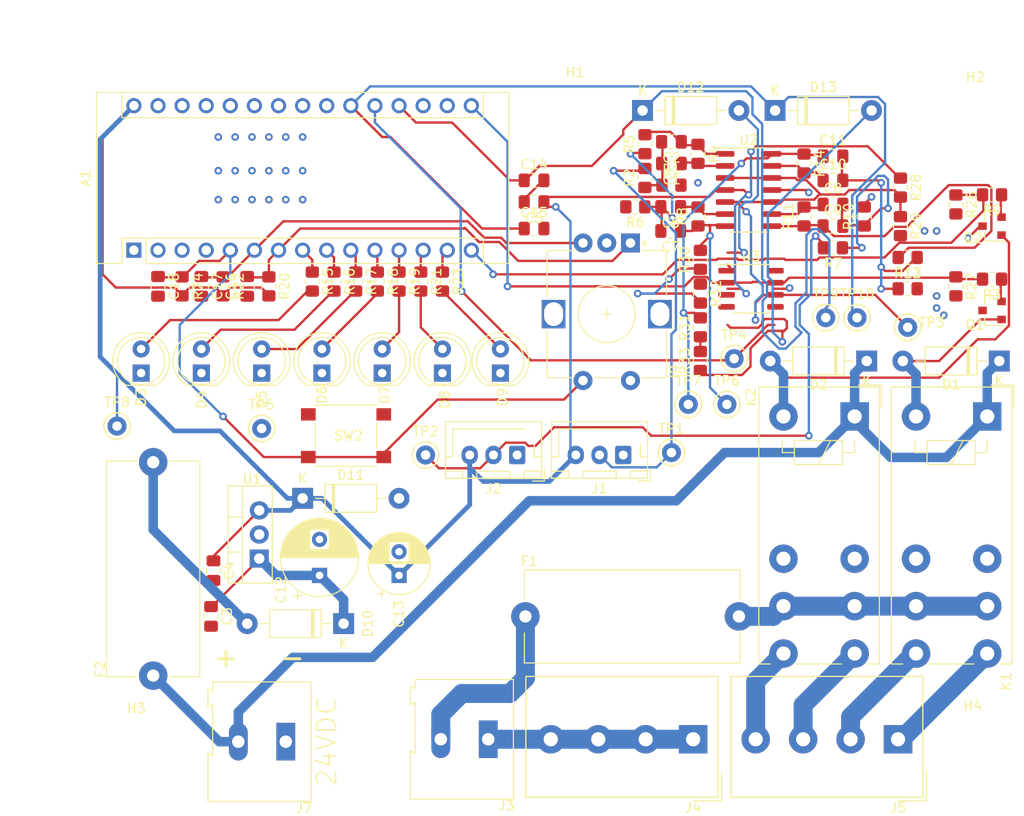
<source format=kicad_pcb>
(kicad_pcb (version 20171130) (host pcbnew "(5.1.9)-1")
  (layers (0 F.Cu signal) (31 B.Cu signal hide) (34 B.Paste user hide) (35 F.Paste user hide) (36 B.SilkS user) (37 F.SilkS user) (38 B.Mask user) (39 F.Mask user) (44 Edge.Cuts user))
  (net 0 "")
  (net 1 "Net-(A1-Pad16)")
  (net 2 "Net-(A1-Pad15)")
  (net 3 "Net-(A1-Pad14)")
  (net 4 GND)
  (net 5 "Net-(A1-Pad13)")
  (net 6 "Net-(A1-Pad28)")
  (net 7 "Net-(A1-Pad12)")
  (net 8 "Net-(A1-Pad11)")
  (net 9 "Net-(A1-Pad26)")
  (net 10 "Net-(A1-Pad10)")
  (net 11 "Net-(A1-Pad25)")
  (net 12 "Net-(A1-Pad9)")
  (net 13 "Net-(A1-Pad24)")
  (net 14 "Net-(A1-Pad8)")
  (net 15 "Net-(A1-Pad23)")
  (net 16 "Net-(A1-Pad7)")
  (net 17 "Net-(A1-Pad22)")
  (net 18 "Net-(A1-Pad6)")
  (net 19 "Net-(A1-Pad21)")
  (net 20 "Net-(A1-Pad5)")
  (net 21 "Net-(A1-Pad20)")
  (net 22 "Net-(A1-Pad19)")
  (net 23 "Net-(A1-Pad3)")
  (net 24 "Net-(A1-Pad18)")
  (net 25 "Net-(A1-Pad2)")
  (net 26 "Net-(A1-Pad17)")
  (net 27 "Net-(A1-Pad1)")
  (net 28 "Net-(D1-Pad2)")
  (net 29 "Net-(D2-Pad2)")
  (net 30 "Net-(K1-Pad12)")
  (net 31 "Net-(K1-Pad22)")
  (net 32 "Net-(K2-Pad12)")
  (net 33 "Net-(K2-Pad22)")
  (net 34 "Net-(Q1-Pad2)")
  (net 35 "Net-(Q2-Pad2)")
  (net 36 "Net-(C1-Pad2)")
  (net 37 "Net-(C1-Pad1)")
  (net 38 "Net-(C2-Pad1)")
  (net 39 "Net-(C6-Pad2)")
  (net 40 "Net-(C6-Pad1)")
  (net 41 +5V)
  (net 42 "Net-(J1-Pad2)")
  (net 43 "Net-(C12-Pad1)")
  (net 44 "Net-(C8-Pad2)")
  (net 45 "Net-(C8-Pad1)")
  (net 46 "Net-(C9-Pad1)")
  (net 47 "Net-(C10-Pad2)")
  (net 48 "Net-(C10-Pad1)")
  (net 49 +24V)
  (net 50 "Net-(D10-Pad2)")
  (net 51 "Net-(J2-Pad2)")
  (net 52 "Net-(J3-Pad1)")
  (net 53 "Net-(J5-Pad2)")
  (net 54 "Net-(D3-Pad2)")
  (net 55 "Net-(D4-Pad2)")
  (net 56 "Net-(D5-Pad2)")
  (net 57 "Net-(D6-Pad2)")
  (net 58 "Net-(D7-Pad2)")
  (net 59 "Net-(D8-Pad2)")
  (net 60 "Net-(D9-Pad2)")
  (net 61 "Net-(J5-Pad4)")
  (net 62 "Net-(J5-Pad3)")
  (net 63 "Net-(J5-Pad1)")
  (net 64 "Net-(C7-Pad1)")
  (net 65 "Net-(C11-Pad1)")
  (net 66 "Net-(D12-Pad2)")
  (net 67 "Net-(D13-Pad2)")
  (net 68 VCC)
  (net 69 "Net-(R30-Pad1)")
  (net 70 "Net-(R31-Pad1)")
  (net 71 "Net-(F1-Pad2)")
  (net 72 "Net-(F1-Pad1)")
  (net 73 "Net-(A1-Pad27)")
  (module Resistor_SMD:R_0805_2012Metric_Pad1.20x1.40mm_HandSolder (layer F.Cu) (at 244.094 112.268 90)
    (fp_text reference R33 (at 0 -1.65 90) (layer F.SilkS))
    (fp_text value 2k2)
    (pad 2 smd roundrect (at 1 0 90) (size 1.2 1.4) (layers F.Cu F.Paste F.Mask) (roundrect_rratio 0.208333) (net 70 "Net-(R31-Pad1)"))
    (pad 1 smd roundrect (at -1 0 90) (size 1.2 1.4) (layers F.Cu F.Paste F.Mask) (roundrect_rratio 0.208333) (net 67 "Net-(D13-Pad2)"))
  )
  (module Resistor_SMD:R_0805_2012Metric_Pad1.20x1.40mm_HandSolder (layer F.Cu) (at 244.094 105.156 270)
    (fp_text reference R32 (at 0 -1.65 90) (layer F.SilkS))
    (fp_text value 2k2)
    (pad 2 smd roundrect (at 1 0 270) (size 1.2 1.4) (layers F.Cu F.Paste F.Mask) (roundrect_rratio 0.208333) (net 69 "Net-(R30-Pad1)"))
    (pad 1 smd roundrect (at -1 0 270) (size 1.2 1.4) (layers F.Cu F.Paste F.Mask) (roundrect_rratio 0.208333) (net 66 "Net-(D12-Pad2)"))
  )
  (module Resistor_SMD:R_0805_2012Metric_Pad1.20x1.40mm_HandSolder (layer F.Cu) (at 244.094 108.712 90)
    (fp_text reference R31 (at 0 -1.65 90) (layer F.SilkS))
    (fp_text value 1K)
    (pad 2 smd roundrect (at 1 0 90) (size 1.2 1.4) (layers F.Cu F.Paste F.Mask) (roundrect_rratio 0.208333) (net 65 "Net-(C11-Pad1)"))
    (pad 1 smd roundrect (at -1 0 90) (size 1.2 1.4) (layers F.Cu F.Paste F.Mask) (roundrect_rratio 0.208333) (net 70 "Net-(R31-Pad1)"))
  )
  (module Resistor_SMD:R_0805_2012Metric_Pad1.20x1.40mm_HandSolder (layer F.Cu) (at 244.094 101.6 90)
    (fp_text reference R30 (at 0 -1.65 90) (layer F.SilkS))
    (fp_text value 1k)
    (pad 2 smd roundrect (at 1 0 90) (size 1.2 1.4) (layers F.Cu F.Paste F.Mask) (roundrect_rratio 0.208333) (net 64 "Net-(C7-Pad1)"))
    (pad 1 smd roundrect (at -1 0 90) (size 1.2 1.4) (layers F.Cu F.Paste F.Mask) (roundrect_rratio 0.208333) (net 69 "Net-(R30-Pad1)"))
  )
  (module Resistor_SMD:R_0805_2012Metric_Pad1.20x1.40mm_HandSolder (layer F.Cu) (at 265.176 98.044 270)
    (fp_text reference R29 (at 0 -1.65 90) (layer F.SilkS))
    (fp_text value 10k)
    (pad 2 smd roundrect (at 1 0 270) (size 1.2 1.4) (layers F.Cu F.Paste F.Mask) (roundrect_rratio 0.208333) (net 4 GND))
    (pad 1 smd roundrect (at -1 0 270) (size 1.2 1.4) (layers F.Cu F.Paste F.Mask) (roundrect_rratio 0.208333) (net 68 VCC))
  )
  (module Resistor_SMD:R_0805_2012Metric_Pad1.20x1.40mm_HandSolder (layer F.Cu) (at 265.176 93.98 270)
    (fp_text reference R28 (at 0 -1.65 90) (layer F.SilkS))
    (fp_text value 8k2)
    (pad 2 smd roundrect (at 1 0 270) (size 1.2 1.4) (layers F.Cu F.Paste F.Mask) (roundrect_rratio 0.208333) (net 68 VCC))
    (pad 1 smd roundrect (at -1 0 270) (size 1.2 1.4) (layers F.Cu F.Paste F.Mask) (roundrect_rratio 0.208333) (net 41 +5V))
  )
  (module Resistor_SMD:R_0805_2012Metric_Pad1.20x1.40mm_HandSolder (layer F.Cu) (at 271.018 104.394 270)
    (fp_text reference R27 (at 0 -1.65 90) (layer F.SilkS))
    (fp_text value 10k)
    (pad 2 smd roundrect (at 1 0 270) (size 1.2 1.4) (layers F.Cu F.Paste F.Mask) (roundrect_rratio 0.208333) (net 4 GND))
    (pad 1 smd roundrect (at -1 0 270) (size 1.2 1.4) (layers F.Cu F.Paste F.Mask) (roundrect_rratio 0.208333) (net 1 "Net-(A1-Pad16)"))
  )
  (module Resistor_SMD:R_0805_2012Metric_Pad1.20x1.40mm_HandSolder (layer F.Cu) (at 271.018 95.758 270)
    (fp_text reference R26 (at 0 -1.65 90) (layer F.SilkS))
    (fp_text value 10k)
    (pad 2 smd roundrect (at 1 0 270) (size 1.2 1.4) (layers F.Cu F.Paste F.Mask) (roundrect_rratio 0.208333) (net 4 GND))
    (pad 1 smd roundrect (at -1 0 270) (size 1.2 1.4) (layers F.Cu F.Paste F.Mask) (roundrect_rratio 0.208333) (net 2 "Net-(A1-Pad15)"))
  )
  (module Resistor_SMD:R_0805_2012Metric_Pad1.20x1.40mm_HandSolder (layer F.Cu) (at 189.484 104.394 270)
    (fp_text reference R24 (at 0 -1.65 90) (layer F.SilkS))
    (fp_text value 10k)
    (pad 2 smd roundrect (at 1 0 270) (size 1.2 1.4) (layers F.Cu F.Paste F.Mask) (roundrect_rratio 0.208333) (net 41 +5V))
    (pad 1 smd roundrect (at -1 0 270) (size 1.2 1.4) (layers F.Cu F.Paste F.Mask) (roundrect_rratio 0.208333) (net 20 "Net-(A1-Pad5)"))
  )
  (module Resistor_SMD:R_0805_2012Metric_Pad1.20x1.40mm_HandSolder (layer F.Cu) (at 216.916 103.886 270)
    (fp_text reference R23 (at 0 -1.65 90) (layer F.SilkS))
    (fp_text value 330R)
    (pad 2 smd roundrect (at 1 0 270) (size 1.2 1.4) (layers F.Cu F.Paste F.Mask) (roundrect_rratio 0.208333) (net 60 "Net-(D9-Pad2)"))
    (pad 1 smd roundrect (at -1 0 270) (size 1.2 1.4) (layers F.Cu F.Paste F.Mask) (roundrect_rratio 0.208333) (net 3 "Net-(A1-Pad14)"))
  )
  (module Resistor_SMD:R_0805_2012Metric_Pad1.20x1.40mm_HandSolder (layer F.Cu) (at 193.802 104.394 270)
    (fp_text reference R22 (at 0 -1.65 90) (layer F.SilkS))
    (fp_text value 10k)
    (pad 2 smd roundrect (at 1 0 270) (size 1.2 1.4) (layers F.Cu F.Paste F.Mask) (roundrect_rratio 0.208333) (net 41 +5V))
    (pad 1 smd roundrect (at -1 0 270) (size 1.2 1.4) (layers F.Cu F.Paste F.Mask) (roundrect_rratio 0.208333) (net 18 "Net-(A1-Pad6)"))
  )
  (module Resistor_SMD:R_0805_2012Metric_Pad1.20x1.40mm_HandSolder (layer F.Cu) (at 214.63 103.886 270)
    (fp_text reference R21 (at 0 -1.65 90) (layer F.SilkS))
    (fp_text value 330R)
    (pad 2 smd roundrect (at 1 0 270) (size 1.2 1.4) (layers F.Cu F.Paste F.Mask) (roundrect_rratio 0.208333) (net 59 "Net-(D8-Pad2)"))
    (pad 1 smd roundrect (at -1 0 270) (size 1.2 1.4) (layers F.Cu F.Paste F.Mask) (roundrect_rratio 0.208333) (net 5 "Net-(A1-Pad13)"))
  )
  (module Resistor_SMD:R_0805_2012Metric_Pad1.20x1.40mm_HandSolder (layer F.Cu) (at 198.628 104.394 270)
    (fp_text reference R20 (at 0 -1.65 90) (layer F.SilkS))
    (fp_text value 10k)
    (pad 2 smd roundrect (at 1 0 270) (size 1.2 1.4) (layers F.Cu F.Paste F.Mask) (roundrect_rratio 0.208333) (net 41 +5V))
    (pad 1 smd roundrect (at -1 0 270) (size 1.2 1.4) (layers F.Cu F.Paste F.Mask) (roundrect_rratio 0.208333) (net 16 "Net-(A1-Pad7)"))
  )
  (module Resistor_SMD:R_0805_2012Metric_Pad1.20x1.40mm_HandSolder (layer F.Cu) (at 212.344 103.886 270)
    (fp_text reference R19 (at 0 -1.65 90) (layer F.SilkS))
    (fp_text value 330R)
    (pad 2 smd roundrect (at 1 0 270) (size 1.2 1.4) (layers F.Cu F.Paste F.Mask) (roundrect_rratio 0.208333) (net 58 "Net-(D7-Pad2)"))
    (pad 1 smd roundrect (at -1 0 270) (size 1.2 1.4) (layers F.Cu F.Paste F.Mask) (roundrect_rratio 0.208333) (net 7 "Net-(A1-Pad12)"))
  )
  (module Resistor_SMD:R_0805_2012Metric_Pad1.20x1.40mm_HandSolder (layer F.Cu) (at 210.058 103.886 270)
    (fp_text reference R18 (at 0 -1.65 90) (layer F.SilkS))
    (fp_text value 330R)
    (pad 2 smd roundrect (at 1 0 270) (size 1.2 1.4) (layers F.Cu F.Paste F.Mask) (roundrect_rratio 0.208333) (net 57 "Net-(D6-Pad2)"))
    (pad 1 smd roundrect (at -1 0 270) (size 1.2 1.4) (layers F.Cu F.Paste F.Mask) (roundrect_rratio 0.208333) (net 8 "Net-(A1-Pad11)"))
  )
  (module Resistor_SMD:R_0805_2012Metric_Pad1.20x1.40mm_HandSolder (layer F.Cu) (at 207.772 103.886 270)
    (fp_text reference R17 (at 0 -1.65 90) (layer F.SilkS))
    (fp_text value 330R)
    (pad 2 smd roundrect (at 1 0 270) (size 1.2 1.4) (layers F.Cu F.Paste F.Mask) (roundrect_rratio 0.208333) (net 56 "Net-(D5-Pad2)"))
    (pad 1 smd roundrect (at -1 0 270) (size 1.2 1.4) (layers F.Cu F.Paste F.Mask) (roundrect_rratio 0.208333) (net 10 "Net-(A1-Pad10)"))
  )
  (module Resistor_SMD:R_0805_2012Metric_Pad1.20x1.40mm_HandSolder (layer F.Cu) (at 205.486 103.886 270)
    (fp_text reference R16 (at 0 -1.65 90) (layer F.SilkS))
    (fp_text value 330R)
    (pad 2 smd roundrect (at 1 0 270) (size 1.2 1.4) (layers F.Cu F.Paste F.Mask) (roundrect_rratio 0.208333) (net 55 "Net-(D4-Pad2)"))
    (pad 1 smd roundrect (at -1 0 270) (size 1.2 1.4) (layers F.Cu F.Paste F.Mask) (roundrect_rratio 0.208333) (net 12 "Net-(A1-Pad9)"))
  )
  (module Resistor_SMD:R_0805_2012Metric_Pad1.20x1.40mm_HandSolder (layer F.Cu) (at 203.2 103.886 270)
    (fp_text reference R15 (at 0 -1.65 90) (layer F.SilkS))
    (fp_text value 330R)
    (pad 2 smd roundrect (at 1 0 270) (size 1.2 1.4) (layers F.Cu F.Paste F.Mask) (roundrect_rratio 0.208333) (net 54 "Net-(D3-Pad2)"))
    (pad 1 smd roundrect (at -1 0 270) (size 1.2 1.4) (layers F.Cu F.Paste F.Mask) (roundrect_rratio 0.208333) (net 14 "Net-(A1-Pad8)"))
  )
  (module Resistor_SMD:R_0805_2012Metric_Pad1.20x1.40mm_HandSolder (layer F.Cu) (at 255.016 91.44 270)
    (fp_text reference R14 (at 0 -1.65 90) (layer F.SilkS))
    (fp_text value 27k)
    (pad 2 smd roundrect (at 1 0 270) (size 1.2 1.4) (layers F.Cu F.Paste F.Mask) (roundrect_rratio 0.208333) (net 48 "Net-(C10-Pad1)"))
    (pad 1 smd roundrect (at -1 0 270) (size 1.2 1.4) (layers F.Cu F.Paste F.Mask) (roundrect_rratio 0.208333) (net 65 "Net-(C11-Pad1)"))
  )
  (module Resistor_SMD:R_0805_2012Metric_Pad1.20x1.40mm_HandSolder (layer F.Cu) (at 265.938 104.648)
    (fp_text reference R13 (at 0 -1.65) (layer F.SilkS))
    (fp_text value 120R)
    (pad 2 smd roundrect (at 1 0) (size 1.2 1.4) (layers F.Cu F.Paste F.Mask) (roundrect_rratio 0.208333) (net 4 GND))
    (pad 1 smd roundrect (at -1 0) (size 1.2 1.4) (layers F.Cu F.Paste F.Mask) (roundrect_rratio 0.208333) (net 47 "Net-(C10-Pad2)"))
  )
  (module Resistor_SMD:R_0805_2012Metric_Pad1.20x1.40mm_HandSolder (layer F.Cu) (at 265.938 101.346 180)
    (fp_text reference R12 (at 0 -1.65) (layer F.SilkS))
    (fp_text value 12k)
    (pad 2 smd roundrect (at 1 0 180) (size 1.2 1.4) (layers F.Cu F.Paste F.Mask) (roundrect_rratio 0.208333) (net 46 "Net-(C9-Pad1)"))
    (pad 1 smd roundrect (at -1 0 180) (size 1.2 1.4) (layers F.Cu F.Paste F.Mask) (roundrect_rratio 0.208333) (net 47 "Net-(C10-Pad2)"))
  )
  (module Resistor_SMD:R_0805_2012Metric_Pad1.20x1.40mm_HandSolder (layer F.Cu) (at 255.016 97.028 90)
    (fp_text reference R11 (at 0 -1.65 90) (layer F.SilkS))
    (fp_text value 33k)
    (pad 2 smd roundrect (at 1 0 90) (size 1.2 1.4) (layers F.Cu F.Paste F.Mask) (roundrect_rratio 0.208333) (net 45 "Net-(C8-Pad1)"))
    (pad 1 smd roundrect (at -1 0 90) (size 1.2 1.4) (layers F.Cu F.Paste F.Mask) (roundrect_rratio 0.208333) (net 46 "Net-(C9-Pad1)"))
  )
  (module Resistor_SMD:R_0805_2012Metric_Pad1.20x1.40mm_HandSolder (layer F.Cu) (at 261.366 97.028 90)
    (fp_text reference R10 (at 0 -1.65 90) (layer F.SilkS))
    (fp_text value 150R)
    (pad 2 smd roundrect (at 1 0 90) (size 1.2 1.4) (layers F.Cu F.Paste F.Mask) (roundrect_rratio 0.208333) (net 4 GND))
    (pad 1 smd roundrect (at -1 0 90) (size 1.2 1.4) (layers F.Cu F.Paste F.Mask) (roundrect_rratio 0.208333) (net 44 "Net-(C8-Pad2)"))
  )
  (module Resistor_SMD:R_0805_2012Metric_Pad1.20x1.40mm_HandSolder (layer F.Cu) (at 274.828 94.742 180)
    (fp_text reference R9 (at 0 -1.65) (layer F.SilkS))
    (fp_text value 1k)
    (pad 2 smd roundrect (at 1 0 180) (size 1.2 1.4) (layers F.Cu F.Paste F.Mask) (roundrect_rratio 0.208333) (net 2 "Net-(A1-Pad15)"))
    (pad 1 smd roundrect (at -1 0 180) (size 1.2 1.4) (layers F.Cu F.Paste F.Mask) (roundrect_rratio 0.208333) (net 35 "Net-(Q2-Pad2)"))
  )
  (module Resistor_SMD:R_0805_2012Metric_Pad1.20x1.40mm_HandSolder (layer F.Cu) (at 243.84 97.028 90)
    (fp_text reference R8 (at 0 -1.65 90) (layer F.SilkS))
    (fp_text value 27k)
    (pad 2 smd roundrect (at 1 0 90) (size 1.2 1.4) (layers F.Cu F.Paste F.Mask) (roundrect_rratio 0.208333) (net 40 "Net-(C6-Pad1)"))
    (pad 1 smd roundrect (at -1 0 90) (size 1.2 1.4) (layers F.Cu F.Paste F.Mask) (roundrect_rratio 0.208333) (net 64 "Net-(C7-Pad1)"))
  )
  (module Resistor_SMD:R_0805_2012Metric_Pad1.20x1.40mm_HandSolder (layer F.Cu) (at 258.064 100.33 180)
    (fp_text reference R7 (at 0 -1.65) (layer F.SilkS))
    (fp_text value 12k)
    (pad 2 smd roundrect (at 1 0 180) (size 1.2 1.4) (layers F.Cu F.Paste F.Mask) (roundrect_rratio 0.208333) (net 51 "Net-(J2-Pad2)"))
    (pad 1 smd roundrect (at -1 0 180) (size 1.2 1.4) (layers F.Cu F.Paste F.Mask) (roundrect_rratio 0.208333) (net 44 "Net-(C8-Pad2)"))
  )
  (module Resistor_SMD:R_0805_2012Metric_Pad1.20x1.40mm_HandSolder (layer F.Cu) (at 237.236 96.012 180)
    (fp_text reference R6 (at 0 -1.65) (layer F.SilkS))
    (fp_text value 120R)
    (pad 2 smd roundrect (at 1 0 180) (size 1.2 1.4) (layers F.Cu F.Paste F.Mask) (roundrect_rratio 0.208333) (net 4 GND))
    (pad 1 smd roundrect (at -1 0 180) (size 1.2 1.4) (layers F.Cu F.Paste F.Mask) (roundrect_rratio 0.208333) (net 39 "Net-(C6-Pad2)"))
  )
  (module Resistor_SMD:R_0805_2012Metric_Pad1.20x1.40mm_HandSolder (layer F.Cu) (at 238.252 89.408 90)
    (fp_text reference R5 (at 0 -1.65 90) (layer F.SilkS))
    (fp_text value 12k)
    (pad 2 smd roundrect (at 1 0 90) (size 1.2 1.4) (layers F.Cu F.Paste F.Mask) (roundrect_rratio 0.208333) (net 38 "Net-(C2-Pad1)"))
    (pad 1 smd roundrect (at -1 0 90) (size 1.2 1.4) (layers F.Cu F.Paste F.Mask) (roundrect_rratio 0.208333) (net 39 "Net-(C6-Pad2)"))
  )
  (module Resistor_SMD:R_0805_2012Metric_Pad1.20x1.40mm_HandSolder (layer F.Cu) (at 243.84 90.424 270)
    (fp_text reference R4 (at 0 -1.65 90) (layer F.SilkS))
    (fp_text value 33k)
    (pad 2 smd roundrect (at 1 0 270) (size 1.2 1.4) (layers F.Cu F.Paste F.Mask) (roundrect_rratio 0.208333) (net 37 "Net-(C1-Pad1)"))
    (pad 1 smd roundrect (at -1 0 270) (size 1.2 1.4) (layers F.Cu F.Paste F.Mask) (roundrect_rratio 0.208333) (net 38 "Net-(C2-Pad1)"))
  )
  (module Resistor_SMD:R_0805_2012Metric_Pad1.20x1.40mm_HandSolder (layer F.Cu) (at 274.828 103.632 180)
    (fp_text reference R3 (at 0 -1.65) (layer F.SilkS))
    (fp_text value 1k)
    (pad 2 smd roundrect (at 1 0 180) (size 1.2 1.4) (layers F.Cu F.Paste F.Mask) (roundrect_rratio 0.208333) (net 1 "Net-(A1-Pad16)"))
    (pad 1 smd roundrect (at -1 0 180) (size 1.2 1.4) (layers F.Cu F.Paste F.Mask) (roundrect_rratio 0.208333) (net 34 "Net-(Q1-Pad2)"))
  )
  (module Resistor_SMD:R_0805_2012Metric_Pad1.20x1.40mm_HandSolder (layer F.Cu) (at 238.252 92.964 90)
    (fp_text reference R2 (at 0 -1.65 90) (layer F.SilkS))
    (fp_text value 12k)
    (pad 2 smd roundrect (at 1 0 90) (size 1.2 1.4) (layers F.Cu F.Paste F.Mask) (roundrect_rratio 0.208333) (net 42 "Net-(J1-Pad2)"))
    (pad 1 smd roundrect (at -1 0 90) (size 1.2 1.4) (layers F.Cu F.Paste F.Mask) (roundrect_rratio 0.208333) (net 36 "Net-(C1-Pad2)"))
  )
  (module Resistor_SMD:R_0805_2012Metric_Pad1.20x1.40mm_HandSolder (layer F.Cu) (at 241.046 93.726)
    (fp_text reference R1 (at 0 -1.65) (layer F.SilkS))
    (fp_text value 150R)
    (pad 2 smd roundrect (at 1 0) (size 1.2 1.4) (layers F.Cu F.Paste F.Mask) (roundrect_rratio 0.208333) (net 4 GND))
    (pad 1 smd roundrect (at -1 0) (size 1.2 1.4) (layers F.Cu F.Paste F.Mask) (roundrect_rratio 0.208333) (net 36 "Net-(C1-Pad2)"))
  )
  (module Capacitor_SMD:C_0805_2012Metric_Pad1.18x1.45mm_HandSolder (layer F.Cu) (at 186.944 104.394 270)
    (fp_text reference C18 (at 0 -1.68 90) (layer F.SilkS))
    (fp_text value 10n)
    (pad 2 smd roundrect (at 1.0375 0 270) (size 1.175 1.45) (layers F.Cu F.Paste F.Mask) (roundrect_rratio 0.212766) (net 4 GND))
    (pad 1 smd roundrect (at -1.0375 0 270) (size 1.175 1.45) (layers F.Cu F.Paste F.Mask) (roundrect_rratio 0.212766) (net 20 "Net-(A1-Pad5)"))
  )
  (module Capacitor_SMD:C_0805_2012Metric_Pad1.18x1.45mm_HandSolder (layer F.Cu) (at 191.516 104.394 270)
    (fp_text reference C17 (at 0 -1.68 90) (layer F.SilkS))
    (fp_text value 10n)
    (pad 2 smd roundrect (at 1.0375 0 270) (size 1.175 1.45) (layers F.Cu F.Paste F.Mask) (roundrect_rratio 0.212766) (net 4 GND))
    (pad 1 smd roundrect (at -1.0375 0 270) (size 1.175 1.45) (layers F.Cu F.Paste F.Mask) (roundrect_rratio 0.212766) (net 18 "Net-(A1-Pad6)"))
  )
  (module Capacitor_SMD:C_0805_2012Metric_Pad1.18x1.45mm_HandSolder (layer F.Cu) (at 196.342 104.394 90)
    (fp_text reference C16 (at 0 -1.68 90) (layer F.SilkS))
    (fp_text value 10n)
    (pad 2 smd roundrect (at 1.0375 0 90) (size 1.175 1.45) (layers F.Cu F.Paste F.Mask) (roundrect_rratio 0.212766) (net 16 "Net-(A1-Pad7)"))
    (pad 1 smd roundrect (at -1.0375 0 90) (size 1.175 1.45) (layers F.Cu F.Paste F.Mask) (roundrect_rratio 0.212766) (net 4 GND))
  )
  (module Capacitor_SMD:C_0805_2012Metric_Pad1.18x1.45mm_HandSolder (layer F.Cu) (at 226.568 98.298)
    (fp_text reference C15 (at 0 -1.68) (layer F.SilkS))
    (fp_text value 220p)
    (pad 2 smd roundrect (at 1.0375 0) (size 1.175 1.45) (layers F.Cu F.Paste F.Mask) (roundrect_rratio 0.212766) (net 4 GND))
    (pad 1 smd roundrect (at -1.0375 0) (size 1.175 1.45) (layers F.Cu F.Paste F.Mask) (roundrect_rratio 0.212766) (net 19 "Net-(A1-Pad21)"))
  )
  (module Capacitor_SMD:C_0805_2012Metric_Pad1.18x1.45mm_HandSolder (layer F.Cu) (at 226.568 93.218)
    (fp_text reference C14 (at 0 -1.68) (layer F.SilkS))
    (fp_text value 220p)
    (pad 2 smd roundrect (at 1.0375 0) (size 1.175 1.45) (layers F.Cu F.Paste F.Mask) (roundrect_rratio 0.212766) (net 4 GND))
    (pad 1 smd roundrect (at -1.0375 0) (size 1.175 1.45) (layers F.Cu F.Paste F.Mask) (roundrect_rratio 0.212766) (net 22 "Net-(A1-Pad19)"))
  )
  (module Capacitor_SMD:C_0805_2012Metric_Pad1.18x1.45mm_HandSolder (layer F.Cu) (at 258.064 90.678)
    (fp_text reference C11 (at 0 -1.68) (layer F.SilkS))
    (fp_text value 100nF)
    (pad 2 smd roundrect (at 1.0375 0) (size 1.175 1.45) (layers F.Cu F.Paste F.Mask) (roundrect_rratio 0.212766) (net 47 "Net-(C10-Pad2)"))
    (pad 1 smd roundrect (at -1.0375 0) (size 1.175 1.45) (layers F.Cu F.Paste F.Mask) (roundrect_rratio 0.212766) (net 65 "Net-(C11-Pad1)"))
  )
  (module Capacitor_SMD:C_0805_2012Metric_Pad1.18x1.45mm_HandSolder (layer F.Cu) (at 258.064 93.218)
    (fp_text reference C10 (at 0 -1.68) (layer F.SilkS))
    (fp_text value 100nF)
    (pad 2 smd roundrect (at 1.0375 0) (size 1.175 1.45) (layers F.Cu F.Paste F.Mask) (roundrect_rratio 0.212766) (net 47 "Net-(C10-Pad2)"))
    (pad 1 smd roundrect (at -1.0375 0) (size 1.175 1.45) (layers F.Cu F.Paste F.Mask) (roundrect_rratio 0.212766) (net 48 "Net-(C10-Pad1)"))
  )
  (module Capacitor_SMD:C_0805_2012Metric_Pad1.18x1.45mm_HandSolder (layer F.Cu) (at 258.064 98.044)
    (fp_text reference C9 (at 0 -1.68) (layer F.SilkS))
    (fp_text value 100nF)
    (pad 2 smd roundrect (at 1.0375 0) (size 1.175 1.45) (layers F.Cu F.Paste F.Mask) (roundrect_rratio 0.212766) (net 44 "Net-(C8-Pad2)"))
    (pad 1 smd roundrect (at -1.0375 0) (size 1.175 1.45) (layers F.Cu F.Paste F.Mask) (roundrect_rratio 0.212766) (net 46 "Net-(C9-Pad1)"))
  )
  (module Capacitor_SMD:C_0805_2012Metric_Pad1.18x1.45mm_HandSolder (layer F.Cu) (at 258.064 95.758)
    (fp_text reference C8 (at 0 -1.68) (layer F.SilkS))
    (fp_text value 100nF)
    (pad 2 smd roundrect (at 1.0375 0) (size 1.175 1.45) (layers F.Cu F.Paste F.Mask) (roundrect_rratio 0.212766) (net 44 "Net-(C8-Pad2)"))
    (pad 1 smd roundrect (at -1.0375 0) (size 1.175 1.45) (layers F.Cu F.Paste F.Mask) (roundrect_rratio 0.212766) (net 45 "Net-(C8-Pad1)"))
  )
  (module Capacitor_SMD:C_0805_2012Metric_Pad1.18x1.45mm_HandSolder (layer F.Cu) (at 240.966 98.552 180)
    (fp_text reference C7 (at 0 -1.68) (layer F.SilkS))
    (fp_text value 100nF)
    (pad 2 smd roundrect (at 1.0375 0 180) (size 1.175 1.45) (layers F.Cu F.Paste F.Mask) (roundrect_rratio 0.212766) (net 39 "Net-(C6-Pad2)"))
    (pad 1 smd roundrect (at -1.0375 0 180) (size 1.175 1.45) (layers F.Cu F.Paste F.Mask) (roundrect_rratio 0.212766) (net 64 "Net-(C7-Pad1)"))
  )
  (module Capacitor_SMD:C_0805_2012Metric_Pad1.18x1.45mm_HandSolder (layer F.Cu) (at 240.966 96.012 180)
    (fp_text reference C6 (at 0 -1.68) (layer F.SilkS))
    (fp_text value 100nF)
    (pad 2 smd roundrect (at 1.0375 0 180) (size 1.175 1.45) (layers F.Cu F.Paste F.Mask) (roundrect_rratio 0.212766) (net 39 "Net-(C6-Pad2)"))
    (pad 1 smd roundrect (at -1.0375 0 180) (size 1.175 1.45) (layers F.Cu F.Paste F.Mask) (roundrect_rratio 0.212766) (net 40 "Net-(C6-Pad1)"))
  )
  (module Capacitor_SMD:C_0805_2012Metric_Pad1.18x1.45mm_HandSolder (layer F.Cu) (at 226.568 95.504 180)
    (fp_text reference C5 (at 0 -1.68) (layer F.SilkS))
    (fp_text value C)
    (pad 2 smd roundrect (at 1.0375 0 180) (size 1.175 1.45) (layers F.Cu F.Paste F.Mask) (roundrect_rratio 0.212766) (net 4 GND))
    (pad 1 smd roundrect (at -1.0375 0 180) (size 1.175 1.45) (layers F.Cu F.Paste F.Mask) (roundrect_rratio 0.212766) (net 41 +5V))
  )
  (module Capacitor_SMD:C_0805_2012Metric_Pad1.18x1.45mm_HandSolder (layer F.Cu) (at 192.786 134.366 270)
    (fp_text reference C4 (at 0 -1.68 90) (layer F.SilkS))
    (fp_text value 10n)
    (pad 2 smd roundrect (at 1.0375 0 270) (size 1.175 1.45) (layers F.Cu F.Paste F.Mask) (roundrect_rratio 0.212766) (net 4 GND))
    (pad 1 smd roundrect (at -1.0375 0 270) (size 1.175 1.45) (layers F.Cu F.Paste F.Mask) (roundrect_rratio 0.212766) (net 41 +5V))
  )
  (module Capacitor_SMD:C_0805_2012Metric_Pad1.18x1.45mm_HandSolder (layer F.Cu) (at 192.532 139.192 270)
    (fp_text reference C3 (at 0 -1.68 90) (layer F.SilkS))
    (fp_text value 10n)
    (pad 2 smd roundrect (at 1.0375 0 270) (size 1.175 1.45) (layers F.Cu F.Paste F.Mask) (roundrect_rratio 0.212766) (net 4 GND))
    (pad 1 smd roundrect (at -1.0375 0 270) (size 1.175 1.45) (layers F.Cu F.Paste F.Mask) (roundrect_rratio 0.212766) (net 43 "Net-(C12-Pad1)"))
  )
  (module Capacitor_SMD:C_0805_2012Metric_Pad1.18x1.45mm_HandSolder (layer F.Cu) (at 241.046 89.154 180)
    (fp_text reference C2 (at 0 -1.68) (layer F.SilkS))
    (fp_text value 100nF)
    (pad 2 smd roundrect (at 1.0375 0 180) (size 1.175 1.45) (layers F.Cu F.Paste F.Mask) (roundrect_rratio 0.212766) (net 36 "Net-(C1-Pad2)"))
    (pad 1 smd roundrect (at -1.0375 0 180) (size 1.175 1.45) (layers F.Cu F.Paste F.Mask) (roundrect_rratio 0.212766) (net 38 "Net-(C2-Pad1)"))
  )
  (module Capacitor_SMD:C_0805_2012Metric_Pad1.18x1.45mm_HandSolder (layer F.Cu) (at 241.046 91.44 180)
    (fp_text reference C1 (at 0 -1.68) (layer F.SilkS))
    (fp_text value 100nF)
    (pad 2 smd roundrect (at 1.0375 0 180) (size 1.175 1.45) (layers F.Cu F.Paste F.Mask) (roundrect_rratio 0.212766) (net 36 "Net-(C1-Pad2)"))
    (pad 1 smd roundrect (at -1.0375 0 180) (size 1.175 1.45) (layers F.Cu F.Paste F.Mask) (roundrect_rratio 0.212766) (net 37 "Net-(C1-Pad1)"))
  )
  (module Package_SO:SO-8_3.9x4.9mm_P1.27mm (layer F.Cu) (at 249.428 104.648)
    (fp_text reference U3 (at 0 -3.4) (layer F.SilkS))
    (fp_text value TL082)
    (pad 8 smd roundrect (at 2.575 -1.905) (size 1.75 0.6) (layers F.Cu F.Paste F.Mask) (net 41 +5V))
    (pad 7 smd roundrect (at 2.575 -0.635) (size 1.75 0.6) (layers F.Cu F.Paste F.Mask) (net 67 "Net-(D13-Pad2)"))
    (pad 6 smd roundrect (at 2.575 0.635) (size 1.75 0.6) (layers F.Cu F.Paste F.Mask) (net 70 "Net-(R31-Pad1)"))
    (pad 5 smd roundrect (at 2.575 1.905) (size 1.75 0.6) (layers F.Cu F.Paste F.Mask) (net 68 VCC))
    (pad 4 smd roundrect (at -2.575 1.905) (size 1.75 0.6) (layers F.Cu F.Paste F.Mask) (net 4 GND))
    (pad 3 smd roundrect (at -2.575 0.635) (size 1.75 0.6) (layers F.Cu F.Paste F.Mask) (net 68 VCC))
    (pad 2 smd roundrect (at -2.575 -0.635) (size 1.75 0.6) (layers F.Cu F.Paste F.Mask) (net 69 "Net-(R30-Pad1)"))
    (pad 1 smd roundrect (at -2.575 -1.905) (size 1.75 0.6) (layers F.Cu F.Paste F.Mask) (net 66 "Net-(D12-Pad2)"))
  )
  (module TestPoint:TestPoint_Keystone_5000-5004_Miniature (layer F.Cu) (at 260.604 107.696)
    (fp_text reference TP10 (at 0 -2.5) (layer F.SilkS))
    (fp_text value TestPoint)
    (pad 1 thru_hole circle (at 0 0) (size 2 2) (drill 1) (layers *.Cu *.Mask) (net 19 "Net-(A1-Pad21)"))
  )
  (module TestPoint:TestPoint_Keystone_5000-5004_Miniature (layer F.Cu) (at 257.302 107.696)
    (fp_text reference TP9 (at 0 -2.5) (layer F.SilkS))
    (fp_text value TestPoint)
    (pad 1 thru_hole circle (at 0 0) (size 2 2) (drill 1) (layers *.Cu *.Mask) (net 22 "Net-(A1-Pad19)"))
  )
  (module TestPoint:TestPoint_Keystone_5000-5004_Miniature (layer F.Cu) (at 182.626 119.126)
    (fp_text reference TP8 (at 0 -2.5) (layer F.SilkS))
    (fp_text value TestPoint)
    (pad 1 thru_hole circle (at 0 0) (size 2 2) (drill 1) (layers *.Cu *.Mask) (net 41 +5V))
  )
  (module TestPoint:TestPoint_Keystone_5000-5004_Miniature (layer F.Cu) (at 242.824 116.84)
    (fp_text reference TP7 (at 0 -2.5) (layer F.SilkS))
    (fp_text value TestPoint)
    (pad 1 thru_hole circle (at 0 0) (size 2 2) (drill 1) (layers *.Cu *.Mask) (net 65 "Net-(C11-Pad1)"))
  )
  (module TestPoint:TestPoint_Keystone_5000-5004_Miniature (layer F.Cu) (at 246.888 116.84)
    (fp_text reference TP6 (at 0 -2.5) (layer F.SilkS))
    (fp_text value TestPoint)
    (pad 1 thru_hole circle (at 0 0) (size 2 2) (drill 1) (layers *.Cu *.Mask) (net 64 "Net-(C7-Pad1)"))
  )
  (module TestPoint:TestPoint_Keystone_5000-5004_Miniature (layer F.Cu) (at 197.866 119.38)
    (fp_text reference TP5 (at 0 -2.5) (layer F.SilkS))
    (fp_text value TestPoint)
    (pad 1 thru_hole circle (at 0 0) (size 2 2) (drill 1) (layers *.Cu *.Mask) (net 4 GND))
  )
  (module TestPoint:TestPoint_Keystone_5000-5004_Miniature (layer F.Cu) (at 265.938 108.712)
    (fp_text reference TP3 (at 2.54 -0.508) (layer F.SilkS))
    (fp_text value TestPoint)
    (pad 1 thru_hole circle (at 0 0) (size 2 2) (drill 1) (layers *.Cu *.Mask) (net 68 VCC))
  )
  (module TestPoint:TestPoint_Keystone_5000-5004_Miniature (layer F.Cu) (at 215.138 122.174)
    (fp_text reference TP2 (at 0 -2.5) (layer F.SilkS))
    (fp_text value TestPoint)
    (pad 1 thru_hole circle (at 0 0) (size 2 2) (drill 1) (layers *.Cu *.Mask) (net 51 "Net-(J2-Pad2)"))
  )
  (module TestPoint:TestPoint_Keystone_5000-5004_Miniature (layer F.Cu) (at 241.046 121.92)
    (fp_text reference TP1 (at 0 -2.5) (layer F.SilkS))
    (fp_text value TestPoint)
    (pad 1 thru_hole circle (at 0 0) (size 2 2) (drill 1) (layers *.Cu *.Mask) (net 42 "Net-(J1-Pad2)"))
  )
  (module TestPoint:TestPoint_Keystone_5000-5004_Miniature (layer F.Cu) (at 247.65 112.014)
    (fp_text reference TP4 (at 0 -2.5) (layer F.SilkS))
    (fp_text value TestPoint)
    (pad 1 thru_hole circle (at 0 0) (size 2 2) (drill 1) (layers *.Cu *.Mask) (net 21 "Net-(A1-Pad20)"))
  )
  (module Connector_JST:JST_XH_B3B-XH-AM_1x03_P2.50mm_Vertical (layer F.Cu) (at 235.966 122.174 180)
    (fp_text reference J1 (at 2.5 -3.55) (layer F.SilkS))
    (fp_text value Conn_01x03)
    (pad "" np_thru_hole circle (at -1.6 2 180) (size 1.2 1.2) (drill 1.2) (layers *.Cu *.Mask))
    (pad 3 thru_hole oval (at 5 0 180) (size 1.7 1.95) (drill 0.95) (layers *.Cu *.Mask) (net 41 +5V))
    (pad 2 thru_hole oval (at 2.5 0 180) (size 1.7 1.95) (drill 0.95) (layers *.Cu *.Mask) (net 42 "Net-(J1-Pad2)"))
    (pad 1 thru_hole roundrect (at 0 0 180) (size 1.7 1.95) (drill 0.95) (layers *.Cu *.Mask) (roundrect_rratio 0.1470588235294118) (net 4 GND))
  )
  (module Button_Switch_SMD:SW_Push_1P1T_NO_6x6mm_H9.5mm (layer F.Cu) (at 206.756 120.142 180)
    (fp_text reference SW2 (at -0.254 0) (layer F.SilkS))
    (fp_text value SW_Push)
    (pad 2 smd rect (at 3.975 2.25 180) (size 1.55 1.3) (layers F.Cu F.Paste F.Mask) (net 4 GND))
    (pad 1 smd rect (at 3.975 -2.25 180) (size 1.55 1.3) (layers F.Cu F.Paste F.Mask) (net 20 "Net-(A1-Pad5)"))
    (pad 1 smd rect (at -3.975 -2.25 180) (size 1.55 1.3) (layers F.Cu F.Paste F.Mask) (net 20 "Net-(A1-Pad5)"))
    (pad 2 smd rect (at -3.975 2.25 180) (size 1.55 1.3) (layers F.Cu F.Paste F.Mask) (net 4 GND))
  )
  (module Rotary_Encoder:RotaryEncoder_Alps_EC12E-Switch_Vertical_H20mm (layer F.Cu) (at 236.728 99.822 270)
    (fp_text reference J9 (at 13.716 -4.7 90) (layer F.SilkS))
    (fp_text value Conn_01x03)
    (pad A thru_hole rect (at 0 0 270) (size 2 2) (drill 1) (layers *.Cu *.Mask) (net 16 "Net-(A1-Pad7)"))
    (pad C thru_hole circle (at 0 2.5 270) (size 2 2) (drill 1) (layers *.Cu *.Mask) (net 4 GND))
    (pad B thru_hole circle (at 0 5 270) (size 2 2) (drill 1) (layers *.Cu *.Mask) (net 18 "Net-(A1-Pad6)"))
    (pad MP thru_hole rect (at 7.5 -3.1 270) (size 3 2.5) (drill oval 2.5 2) (layers *.Cu *.Mask))
    (pad MP thru_hole rect (at 7.5 8.1 270) (size 3 2.5) (drill oval 2.5 2) (layers *.Cu *.Mask))
    (pad S1 thru_hole circle (at 14.5 0 270) (size 2 2) (drill 1) (layers *.Cu *.Mask) (net 4 GND))
    (pad S2 thru_hole circle (at 14.5 5 270) (size 2 2) (drill 1) (layers *.Cu *.Mask) (net 20 "Net-(A1-Pad5)"))
  )
  (module Diode_THT:D_DO-41_SOD81_P10.16mm_Horizontal (layer F.Cu) (at 251.968 85.852)
    (fp_text reference D13 (at 5.08 -2.47) (layer F.SilkS))
    (fp_text value 1N4007)
    (fp_text user K (at 0 -2.1) (layer F.SilkS))
    (pad 2 thru_hole oval (at 10.16 0) (size 2.2 2.2) (drill 1.1) (layers *.Cu *.Mask) (net 67 "Net-(D13-Pad2)"))
    (pad 1 thru_hole rect (at 0 0) (size 2.2 2.2) (drill 1.1) (layers *.Cu *.Mask) (net 19 "Net-(A1-Pad21)"))
  )
  (module Diode_THT:D_DO-41_SOD81_P10.16mm_Horizontal (layer F.Cu) (at 237.998 85.852)
    (fp_text reference D12 (at 5.08 -2.47) (layer F.SilkS))
    (fp_text value 1N4007)
    (fp_text user K (at 0 -2.1) (layer F.SilkS))
    (pad 2 thru_hole oval (at 10.16 0) (size 2.2 2.2) (drill 1.1) (layers *.Cu *.Mask) (net 66 "Net-(D12-Pad2)"))
    (pad 1 thru_hole rect (at 0 0) (size 2.2 2.2) (drill 1.1) (layers *.Cu *.Mask) (net 22 "Net-(A1-Pad19)"))
  )
  (module Fuse:Fuseholder_Cylinder-5x20mm_Schurter_0031_8201_Horizontal_Open (layer F.Cu) (at 248.158 139.192 180)
    (fp_text reference F1 (at 22.098 5.842) (layer F.SilkS))
    (fp_text value Fuse)
    (pad "" np_thru_hole circle (at 11.25 0 180) (size 2.7 2.7) (drill 2.7) (layers *.Cu *.Mask))
    (pad 2 thru_hole circle (at 22.5 0 180) (size 3 3) (drill 1.3) (layers *.Cu *.Mask) (net 71 "Net-(F1-Pad2)"))
    (pad 1 thru_hole circle (at 0 0 180) (size 3 3) (drill 1.3) (layers *.Cu *.Mask) (net 72 "Net-(F1-Pad1)"))
  )
  (module Package_TO_SOT_SMD:SOT-23 (layer F.Cu) (at 274.828 98.044 180)
    (fp_text reference Q2 (at 2.032 -1.27) (layer F.SilkS))
    (fp_text value BC337)
    (pad 3 smd rect (at 1 0 180) (size 0.9 0.8) (layers F.Cu F.Paste F.Mask) (net 4 GND))
    (pad 2 smd rect (at -1 0.95 180) (size 0.9 0.8) (layers F.Cu F.Paste F.Mask) (net 35 "Net-(Q2-Pad2)"))
    (pad 1 smd rect (at -1 -0.95 180) (size 0.9 0.8) (layers F.Cu F.Paste F.Mask) (net 29 "Net-(D2-Pad2)"))
  )
  (module Package_TO_SOT_SMD:SOT-23 (layer F.Cu) (at 274.828 106.934 180)
    (fp_text reference Q1 (at 1.778 -1.524) (layer F.SilkS))
    (fp_text value BC337)
    (pad 3 smd rect (at 1 0 180) (size 0.9 0.8) (layers F.Cu F.Paste F.Mask) (net 4 GND))
    (pad 2 smd rect (at -1 0.95 180) (size 0.9 0.8) (layers F.Cu F.Paste F.Mask) (net 34 "Net-(Q1-Pad2)"))
    (pad 1 smd rect (at -1 -0.95 180) (size 0.9 0.8) (layers F.Cu F.Paste F.Mask) (net 28 "Net-(D1-Pad2)"))
  )
  (module MountingHole:MountingHole_4.3mm_M4 (layer F.Cu) (at 272.796 153.924)
    (fp_text reference H4 (at 0 -5.3) (layer F.SilkS))
    (fp_text value MountingHole)
    (pad 1 np_thru_hole circle (at 0 0) (size 4.3 4.3) (drill 4.3) (layers *.Cu *.Mask))
  )
  (module MountingHole:MountingHole_4.3mm_M4 (layer F.Cu) (at 184.658 154.178)
    (fp_text reference H3 (at 0 -5.3) (layer F.SilkS))
    (fp_text value MountingHole)
    (pad 1 np_thru_hole circle (at 0 0) (size 4.3 4.3) (drill 4.3) (layers *.Cu *.Mask))
  )
  (module MountingHole:MountingHole_4.3mm_M4 (layer F.Cu) (at 273.05 87.63)
    (fp_text reference H2 (at 0 -5.3) (layer F.SilkS))
    (fp_text value MountingHole)
    (pad 1 np_thru_hole circle (at 0 0) (size 4.3 4.3) (drill 4.3) (layers *.Cu *.Mask))
  )
  (module MountingHole:MountingHole_4.3mm_M4 (layer F.Cu) (at 230.886 87.122)
    (fp_text reference H1 (at 0 -5.3) (layer F.SilkS))
    (fp_text value MountingHole)
    (pad 1 np_thru_hole circle (at 0 0) (size 4.3 4.3) (drill 4.3) (layers *.Cu *.Mask))
  )
  (module Fuse:Fuseholder_Cylinder-5x20mm_Schurter_0031_8201_Horizontal_Open (layer F.Cu) (at 186.436 122.936 270)
    (fp_text reference F2 (at 21.844 5.588 90) (layer F.SilkS))
    (fp_text value Fuse)
    (pad "" np_thru_hole circle (at 11.25 0 270) (size 2.7 2.7) (drill 2.7) (layers *.Cu *.Mask))
    (pad 2 thru_hole circle (at 22.5 0 270) (size 3 3) (drill 1.3) (layers *.Cu *.Mask) (net 49 +24V))
    (pad 1 thru_hole circle (at 0 0 270) (size 3 3) (drill 1.3) (layers *.Cu *.Mask) (net 50 "Net-(D10-Pad2)"))
  )
  (module Relay_THT:Relay_DPDT_Finder_40.52 (layer F.Cu) (at 260.35 118.11 270)
    (fp_text reference K2 (at -2.032 10.922 90) (layer F.SilkS))
    (fp_text value FINDER-40.52)
    (pad A1 thru_hole rect (at 0 0 270) (size 3 3) (drill 1.5) (layers *.Cu *.Mask) (net 49 +24V))
    (pad A2 thru_hole circle (at 0 7.5 270) (size 3 3) (drill 1.5) (layers *.Cu *.Mask) (net 29 "Net-(D2-Pad2)"))
    (pad 11 thru_hole circle (at 20 0 270) (size 3 3) (drill 1.5) (layers *.Cu *.Mask) (net 72 "Net-(F1-Pad1)"))
    (pad 24 thru_hole circle (at 25 7.5 270) (size 3 3) (drill 1.5) (layers *.Cu *.Mask) (net 61 "Net-(J5-Pad4)"))
    (pad 22 thru_hole circle (at 15 7.5 270) (size 3 3) (drill 1.5) (layers *.Cu *.Mask) (net 33 "Net-(K2-Pad22)"))
    (pad 12 thru_hole circle (at 15 0 270) (size 3 3) (drill 1.5) (layers *.Cu *.Mask) (net 32 "Net-(K2-Pad12)"))
    (pad 21 thru_hole circle (at 20 7.5 270) (size 3 3) (drill 1.5) (layers *.Cu *.Mask) (net 72 "Net-(F1-Pad1)"))
    (pad 14 thru_hole circle (at 25 0 270) (size 3 3) (drill 1.5) (layers *.Cu *.Mask) (net 62 "Net-(J5-Pad3)"))
  )
  (module TerminalBlock_Altech:Altech_AK300_1x04_P5.00mm_45-Degree (layer F.Cu) (at 243.332 152.146 180)
    (fp_text reference J4 (at 0 -7.2) (layer F.SilkS))
    (fp_text value Screw_Terminal_01x04)
    (pad 1 thru_hole rect (at 0 0 180) (size 3 3) (drill 1.5) (layers *.Cu *.Mask) (net 52 "Net-(J3-Pad1)"))
    (pad 2 thru_hole circle (at 5 0 180) (size 3 3) (drill 1.5) (layers *.Cu *.Mask) (net 52 "Net-(J3-Pad1)"))
    (pad 3 thru_hole circle (at 10 0 180) (size 3 3) (drill 1.5) (layers *.Cu *.Mask) (net 52 "Net-(J3-Pad1)"))
    (pad 4 thru_hole circle (at 15 0 180) (size 3 3) (drill 1.5) (layers *.Cu *.Mask) (net 52 "Net-(J3-Pad1)"))
  )
  (module Package_SO:SO-14_3.9x8.65mm_P1.27mm (layer F.Cu) (at 249.174 94.234)
    (fp_text reference U2 (at 0 -5.28) (layer F.SilkS))
    (fp_text value TL084)
    (pad 14 smd roundrect (at 2.475 -3.81) (size 1.95 0.6) (layers F.Cu F.Paste F.Mask) (net 65 "Net-(C11-Pad1)"))
    (pad 13 smd roundrect (at 2.475 -2.54) (size 1.95 0.6) (layers F.Cu F.Paste F.Mask) (net 48 "Net-(C10-Pad1)"))
    (pad 12 smd roundrect (at 2.475 -1.27) (size 1.95 0.6) (layers F.Cu F.Paste F.Mask) (net 68 VCC))
    (pad 11 smd roundrect (at 2.475 0) (size 1.95 0.6) (layers F.Cu F.Paste F.Mask) (net 4 GND))
    (pad 10 smd roundrect (at 2.475 1.27) (size 1.95 0.6) (layers F.Cu F.Paste F.Mask) (net 68 VCC))
    (pad 9 smd roundrect (at 2.475 2.54) (size 1.95 0.6) (layers F.Cu F.Paste F.Mask) (net 45 "Net-(C8-Pad1)"))
    (pad 8 smd roundrect (at 2.475 3.81) (size 1.95 0.6) (layers F.Cu F.Paste F.Mask) (net 46 "Net-(C9-Pad1)"))
    (pad 7 smd roundrect (at -2.475 3.81) (size 1.95 0.6) (layers F.Cu F.Paste F.Mask) (net 64 "Net-(C7-Pad1)"))
    (pad 6 smd roundrect (at -2.475 2.54) (size 1.95 0.6) (layers F.Cu F.Paste F.Mask) (net 40 "Net-(C6-Pad1)"))
    (pad 5 smd roundrect (at -2.475 1.27) (size 1.95 0.6) (layers F.Cu F.Paste F.Mask) (net 68 VCC))
    (pad 4 smd roundrect (at -2.475 0) (size 1.95 0.6) (layers F.Cu F.Paste F.Mask) (net 41 +5V))
    (pad 3 smd roundrect (at -2.475 -1.27) (size 1.95 0.6) (layers F.Cu F.Paste F.Mask) (net 68 VCC))
    (pad 2 smd roundrect (at -2.475 -2.54) (size 1.95 0.6) (layers F.Cu F.Paste F.Mask) (net 37 "Net-(C1-Pad1)"))
    (pad 1 smd roundrect (at -2.475 -3.81) (size 1.95 0.6) (layers F.Cu F.Paste F.Mask) (net 38 "Net-(C2-Pad1)"))
  )
  (module LED_THT:LED_D5.0mm (layer F.Cu) (at 223.026 113.538 90)
    (fp_text reference D9 (at -2.54 0.24 90) (layer F.SilkS))
    (fp_text value LED)
    (pad 2 thru_hole circle (at 2.54 0 90) (size 1.8 1.8) (drill 0.9) (layers *.Cu *.Mask) (net 60 "Net-(D9-Pad2)"))
    (pad 1 thru_hole rect (at 0 0 90) (size 1.8 1.8) (drill 0.9) (layers *.Cu *.Mask) (net 4 GND))
  )
  (module Package_TO_SOT_THT:TO-220-3_Vertical (layer F.Cu) (at 197.612 133.096 90)
    (fp_text reference U1 (at 8.382 -0.762 180) (layer F.SilkS))
    (fp_text value LM7805_TO220)
    (pad 3 thru_hole oval (at 5.08 0 90) (size 1.905 2) (drill 1.1) (layers *.Cu *.Mask) (net 41 +5V))
    (pad 2 thru_hole oval (at 2.54 0 90) (size 1.905 2) (drill 1.1) (layers *.Cu *.Mask) (net 4 GND))
    (pad 1 thru_hole rect (at 0 0 90) (size 1.905 2) (drill 1.1) (layers *.Cu *.Mask) (net 43 "Net-(C12-Pad1)"))
  )
  (module Module:Arduino_Nano (layer F.Cu) (at 184.404 100.584 90)
    (fp_text reference A1 (at 7.62 -5.08 90) (layer F.SilkS))
    (fp_text value Arduino_Nano_v3.x)
    (pad 16 thru_hole oval (at 15.24 35.56 90) (size 1.6 1.6) (drill 1) (layers *.Cu *.Mask) (net 1 "Net-(A1-Pad16)"))
    (pad 15 thru_hole oval (at 0 35.56 90) (size 1.6 1.6) (drill 1) (layers *.Cu *.Mask) (net 2 "Net-(A1-Pad15)"))
    (pad 30 thru_hole oval (at 15.24 0 90) (size 1.6 1.6) (drill 1) (layers *.Cu *.Mask) (net 41 +5V))
    (pad 14 thru_hole oval (at 0 33.02 90) (size 1.6 1.6) (drill 1) (layers *.Cu *.Mask) (net 3 "Net-(A1-Pad14)"))
    (pad 29 thru_hole oval (at 15.24 2.54 90) (size 1.6 1.6) (drill 1) (layers *.Cu *.Mask) (net 4 GND))
    (pad 13 thru_hole oval (at 0 30.48 90) (size 1.6 1.6) (drill 1) (layers *.Cu *.Mask) (net 5 "Net-(A1-Pad13)"))
    (pad 28 thru_hole oval (at 15.24 5.08 90) (size 1.6 1.6) (drill 1) (layers *.Cu *.Mask) (net 6 "Net-(A1-Pad28)"))
    (pad 12 thru_hole oval (at 0 27.94 90) (size 1.6 1.6) (drill 1) (layers *.Cu *.Mask) (net 7 "Net-(A1-Pad12)"))
    (pad 27 thru_hole oval (at 15.24 7.62 90) (size 1.6 1.6) (drill 1) (layers *.Cu *.Mask) (net 73 "Net-(A1-Pad27)"))
    (pad 11 thru_hole oval (at 0 25.4 90) (size 1.6 1.6) (drill 1) (layers *.Cu *.Mask) (net 8 "Net-(A1-Pad11)"))
    (pad 26 thru_hole oval (at 15.24 10.16 90) (size 1.6 1.6) (drill 1) (layers *.Cu *.Mask) (net 9 "Net-(A1-Pad26)"))
    (pad 10 thru_hole oval (at 0 22.86 90) (size 1.6 1.6) (drill 1) (layers *.Cu *.Mask) (net 10 "Net-(A1-Pad10)"))
    (pad 25 thru_hole oval (at 15.24 12.7 90) (size 1.6 1.6) (drill 1) (layers *.Cu *.Mask) (net 11 "Net-(A1-Pad25)"))
    (pad 9 thru_hole oval (at 0 20.32 90) (size 1.6 1.6) (drill 1) (layers *.Cu *.Mask) (net 12 "Net-(A1-Pad9)"))
    (pad 24 thru_hole oval (at 15.24 15.24 90) (size 1.6 1.6) (drill 1) (layers *.Cu *.Mask) (net 13 "Net-(A1-Pad24)"))
    (pad 8 thru_hole oval (at 0 17.78 90) (size 1.6 1.6) (drill 1) (layers *.Cu *.Mask) (net 14 "Net-(A1-Pad8)"))
    (pad 23 thru_hole oval (at 15.24 17.78 90) (size 1.6 1.6) (drill 1) (layers *.Cu *.Mask) (net 15 "Net-(A1-Pad23)"))
    (pad 7 thru_hole oval (at 0 15.24 90) (size 1.6 1.6) (drill 1) (layers *.Cu *.Mask) (net 16 "Net-(A1-Pad7)"))
    (pad 22 thru_hole oval (at 15.24 20.32 90) (size 1.6 1.6) (drill 1) (layers *.Cu *.Mask) (net 17 "Net-(A1-Pad22)"))
    (pad 6 thru_hole oval (at 0 12.7 90) (size 1.6 1.6) (drill 1) (layers *.Cu *.Mask) (net 18 "Net-(A1-Pad6)"))
    (pad 21 thru_hole oval (at 15.24 22.86 90) (size 1.6 1.6) (drill 1) (layers *.Cu *.Mask) (net 19 "Net-(A1-Pad21)"))
    (pad 5 thru_hole oval (at 0 10.16 90) (size 1.6 1.6) (drill 1) (layers *.Cu *.Mask) (net 20 "Net-(A1-Pad5)"))
    (pad 20 thru_hole oval (at 15.24 25.4 90) (size 1.6 1.6) (drill 1) (layers *.Cu *.Mask) (net 21 "Net-(A1-Pad20)"))
    (pad 4 thru_hole oval (at 0 7.62 90) (size 1.6 1.6) (drill 1) (layers *.Cu *.Mask) (net 4 GND))
    (pad 19 thru_hole oval (at 15.24 27.94 90) (size 1.6 1.6) (drill 1) (layers *.Cu *.Mask) (net 22 "Net-(A1-Pad19)"))
    (pad 3 thru_hole oval (at 0 5.08 90) (size 1.6 1.6) (drill 1) (layers *.Cu *.Mask) (net 23 "Net-(A1-Pad3)"))
    (pad 18 thru_hole oval (at 15.24 30.48 90) (size 1.6 1.6) (drill 1) (layers *.Cu *.Mask) (net 24 "Net-(A1-Pad18)"))
    (pad 2 thru_hole oval (at 0 2.54 90) (size 1.6 1.6) (drill 1) (layers *.Cu *.Mask) (net 25 "Net-(A1-Pad2)"))
    (pad 17 thru_hole oval (at 15.24 33.02 90) (size 1.6 1.6) (drill 1) (layers *.Cu *.Mask) (net 26 "Net-(A1-Pad17)"))
    (pad 1 thru_hole rect (at 0 0 90) (size 1.6 1.6) (drill 1) (layers *.Cu *.Mask) (net 27 "Net-(A1-Pad1)"))
  )
  (module LED_THT:LED_D5.0mm (layer F.Cu) (at 185.166 113.538 90)
    (fp_text reference D3 (at -2.54 0 90) (layer F.SilkS))
    (fp_text value LED)
    (pad 2 thru_hole circle (at 2.54 0 90) (size 1.8 1.8) (drill 0.9) (layers *.Cu *.Mask) (net 54 "Net-(D3-Pad2)"))
    (pad 1 thru_hole rect (at 0 0 90) (size 1.8 1.8) (drill 0.9) (layers *.Cu *.Mask) (net 4 GND))
  )
  (module LED_THT:LED_D5.0mm (layer F.Cu) (at 216.916 113.538 90)
    (fp_text reference D8 (at -2.794 0.254 90) (layer F.SilkS))
    (fp_text value LED)
    (pad 2 thru_hole circle (at 2.54 0 90) (size 1.8 1.8) (drill 0.9) (layers *.Cu *.Mask) (net 59 "Net-(D8-Pad2)"))
    (pad 1 thru_hole rect (at 0 0 90) (size 1.8 1.8) (drill 0.9) (layers *.Cu *.Mask) (net 4 GND))
  )
  (module Diode_THT:D_DO-41_SOD81_P10.16mm_Horizontal (layer F.Cu) (at 202.184 126.746)
    (fp_text reference D11 (at 5.08 -2.47) (layer F.SilkS))
    (fp_text value 1N4734)
    (fp_text user K (at 0 -2.1) (layer F.SilkS))
    (pad 2 thru_hole oval (at 10.16 0) (size 2.2 2.2) (drill 1.1) (layers *.Cu *.Mask) (net 4 GND))
    (pad 1 thru_hole rect (at 0 0) (size 2.2 2.2) (drill 1.1) (layers *.Cu *.Mask) (net 41 +5V))
  )
  (module Capacitor_THT:CP_Radial_D6.3mm_P2.50mm (layer F.Cu) (at 212.344 134.874 90)
    (fp_text reference C13 (at -4.064 0 90) (layer F.SilkS))
    (fp_text value "10uF 10V")
    (pad 2 thru_hole circle (at 2.5 0 90) (size 1.6 1.6) (drill 0.8) (layers *.Cu *.Mask) (net 4 GND))
    (pad 1 thru_hole rect (at 0 0 90) (size 1.6 1.6) (drill 0.8) (layers *.Cu *.Mask) (net 41 +5V))
  )
  (module Capacitor_THT:CP_Radial_D8.0mm_P3.80mm (layer F.Cu) (at 203.962 134.874 90)
    (fp_text reference C12 (at -1.524 -4.064 90) (layer F.SilkS))
    (fp_text value "100uF 35V")
    (pad 2 thru_hole circle (at 3.8 0 90) (size 1.6 1.6) (drill 0.8) (layers *.Cu *.Mask) (net 4 GND))
    (pad 1 thru_hole rect (at 0 0 90) (size 1.6 1.6) (drill 0.8) (layers *.Cu *.Mask) (net 43 "Net-(C12-Pad1)"))
  )
  (module TerminalBlock_Altech:Altech_AK300_1x04_P5.00mm_45-Degree (layer F.Cu) (at 264.922 152.146 180)
    (fp_text reference J5 (at 0 -7.2) (layer F.SilkS))
    (fp_text value Screw_Terminal_01x04)
    (pad 1 thru_hole rect (at 0 0 180) (size 3 3) (drill 1.5) (layers *.Cu *.Mask) (net 63 "Net-(J5-Pad1)"))
    (pad 2 thru_hole circle (at 5 0 180) (size 3 3) (drill 1.5) (layers *.Cu *.Mask) (net 53 "Net-(J5-Pad2)"))
    (pad 3 thru_hole circle (at 10 0 180) (size 3 3) (drill 1.5) (layers *.Cu *.Mask) (net 62 "Net-(J5-Pad3)"))
    (pad 4 thru_hole circle (at 15 0 180) (size 3 3) (drill 1.5) (layers *.Cu *.Mask) (net 61 "Net-(J5-Pad4)"))
  )
  (module LED_THT:LED_D5.0mm (layer F.Cu) (at 210.566 113.538 90)
    (fp_text reference D7 (at -2.286 0.254 90) (layer F.SilkS))
    (fp_text value LED)
    (pad 2 thru_hole circle (at 2.54 0 90) (size 1.8 1.8) (drill 0.9) (layers *.Cu *.Mask) (net 58 "Net-(D7-Pad2)"))
    (pad 1 thru_hole rect (at 0 0 90) (size 1.8 1.8) (drill 0.9) (layers *.Cu *.Mask) (net 4 GND))
  )
  (module LED_THT:LED_D5.0mm (layer F.Cu) (at 204.216 113.538 90)
    (fp_text reference D6 (at -2.286 0 90) (layer F.SilkS))
    (fp_text value LED)
    (pad 2 thru_hole circle (at 2.54 0 90) (size 1.8 1.8) (drill 0.9) (layers *.Cu *.Mask) (net 57 "Net-(D6-Pad2)"))
    (pad 1 thru_hole rect (at 0 0 90) (size 1.8 1.8) (drill 0.9) (layers *.Cu *.Mask) (net 4 GND))
  )
  (module LED_THT:LED_D5.0mm (layer F.Cu) (at 197.866 113.538 90)
    (fp_text reference D5 (at -2.794 0 90) (layer F.SilkS))
    (fp_text value LED)
    (pad 2 thru_hole circle (at 2.54 0 90) (size 1.8 1.8) (drill 0.9) (layers *.Cu *.Mask) (net 56 "Net-(D5-Pad2)"))
    (pad 1 thru_hole rect (at 0 0 90) (size 1.8 1.8) (drill 0.9) (layers *.Cu *.Mask) (net 4 GND))
  )
  (module LED_THT:LED_D5.0mm (layer F.Cu) (at 191.516 113.538 90)
    (fp_text reference D4 (at -2.794 0 90) (layer F.SilkS))
    (fp_text value LED)
    (pad 2 thru_hole circle (at 2.54 0 90) (size 1.8 1.8) (drill 0.9) (layers *.Cu *.Mask) (net 55 "Net-(D4-Pad2)"))
    (pad 1 thru_hole rect (at 0 0 90) (size 1.8 1.8) (drill 0.9) (layers *.Cu *.Mask) (net 4 GND))
  )
  (module TerminalBlock:TerminalBlock_Altech_AK300-2_P5.00mm (layer F.Cu) (at 200.406 152.4 180)
    (fp_text reference J7 (at -1.92 -6.99) (layer F.SilkS))
    (fp_text value Screw_Terminal_01x02)
    (pad 2 thru_hole oval (at 5 0 180) (size 1.98 3.96) (drill 1.32) (layers *.Cu *.Mask) (net 49 +24V))
    (pad 1 thru_hole rect (at 0 0 180) (size 1.98 3.96) (drill 1.32) (layers *.Cu *.Mask) (net 4 GND))
  )
  (module TerminalBlock:TerminalBlock_Altech_AK300-2_P5.00mm (layer F.Cu) (at 221.742 152.146 180)
    (fp_text reference J3 (at -1.92 -6.99) (layer F.SilkS))
    (fp_text value Screw_Terminal_01x02)
    (pad 1 thru_hole rect (at 0 0 180) (size 1.98 3.96) (drill 1.32) (layers *.Cu *.Mask) (net 52 "Net-(J3-Pad1)"))
    (pad 2 thru_hole oval (at 5 0 180) (size 1.98 3.96) (drill 1.32) (layers *.Cu *.Mask) (net 71 "Net-(F1-Pad2)"))
  )
  (module Connector_JST:JST_XH_B3B-XH-AM_1x03_P2.50mm_Vertical (layer F.Cu) (at 224.79 122.174 180)
    (fp_text reference J2 (at 2.5 -3.55) (layer F.SilkS))
    (fp_text value Conn_01x03)
    (pad "" np_thru_hole circle (at -1.6 2 180) (size 1.2 1.2) (drill 1.2) (layers *.Cu *.Mask))
    (pad 3 thru_hole oval (at 5 0 180) (size 1.7 1.95) (drill 0.95) (layers *.Cu *.Mask) (net 41 +5V))
    (pad 2 thru_hole oval (at 2.5 0 180) (size 1.7 1.95) (drill 0.95) (layers *.Cu *.Mask) (net 51 "Net-(J2-Pad2)"))
    (pad 1 thru_hole roundrect (at 0 0 180) (size 1.7 1.95) (drill 0.95) (layers *.Cu *.Mask) (roundrect_rratio 0.1470588235294118) (net 4 GND))
  )
  (module Diode_THT:D_DO-41_SOD81_P10.16mm_Horizontal (layer F.Cu) (at 206.502 139.954 180)
    (fp_text reference D10 (at -2.54 0 90) (layer F.SilkS))
    (fp_text value 1N4007)
    (fp_text user K (at 0 -2.1) (layer F.SilkS))
    (pad 2 thru_hole oval (at 10.16 0 180) (size 2.2 2.2) (drill 1.1) (layers *.Cu *.Mask) (net 50 "Net-(D10-Pad2)"))
    (pad 1 thru_hole rect (at 0 0 180) (size 2.2 2.2) (drill 1.1) (layers *.Cu *.Mask) (net 43 "Net-(C12-Pad1)"))
  )
  (module Relay_THT:Relay_DPDT_Finder_40.52 (layer F.Cu) (at 274.32 118.11 270)
    (fp_text reference K1 (at 27.94 -2.032 90) (layer F.SilkS))
    (fp_text value FINDER-40.52)
    (pad A1 thru_hole rect (at 0 0 270) (size 3 3) (drill 1.5) (layers *.Cu *.Mask) (net 49 +24V))
    (pad A2 thru_hole circle (at 0 7.5 270) (size 3 3) (drill 1.5) (layers *.Cu *.Mask) (net 28 "Net-(D1-Pad2)"))
    (pad 11 thru_hole circle (at 20 0 270) (size 3 3) (drill 1.5) (layers *.Cu *.Mask) (net 72 "Net-(F1-Pad1)"))
    (pad 24 thru_hole circle (at 25 7.5 270) (size 3 3) (drill 1.5) (layers *.Cu *.Mask) (net 53 "Net-(J5-Pad2)"))
    (pad 22 thru_hole circle (at 15 7.5 270) (size 3 3) (drill 1.5) (layers *.Cu *.Mask) (net 31 "Net-(K1-Pad22)"))
    (pad 12 thru_hole circle (at 15 0 270) (size 3 3) (drill 1.5) (layers *.Cu *.Mask) (net 30 "Net-(K1-Pad12)"))
    (pad 21 thru_hole circle (at 20 7.5 270) (size 3 3) (drill 1.5) (layers *.Cu *.Mask) (net 72 "Net-(F1-Pad1)"))
    (pad 14 thru_hole circle (at 25 0 270) (size 3 3) (drill 1.5) (layers *.Cu *.Mask) (net 63 "Net-(J5-Pad1)"))
  )
  (module Diode_THT:D_DO-41_SOD81_P10.16mm_Horizontal (layer F.Cu) (at 261.62 112.268 180)
    (fp_text reference D2 (at 5.08 -2.47) (layer F.SilkS))
    (fp_text value 1N4007)
    (fp_text user K (at 0 -2.1) (layer F.SilkS))
    (pad 1 thru_hole rect (at 0 0 180) (size 2.2 2.2) (drill 1.1) (layers *.Cu *.Mask) (net 49 +24V))
    (pad 2 thru_hole oval (at 10.16 0 180) (size 2.2 2.2) (drill 1.1) (layers *.Cu *.Mask) (net 29 "Net-(D2-Pad2)"))
  )
  (module Diode_THT:D_DO-41_SOD81_P10.16mm_Horizontal (layer F.Cu) (at 275.59 112.268 180)
    (fp_text reference D1 (at 5.08 -2.47) (layer F.SilkS))
    (fp_text value 1N4007)
    (fp_text user K (at 0 -2.1) (layer F.SilkS))
    (pad 1 thru_hole rect (at 0 0 180) (size 2.2 2.2) (drill 1.1) (layers *.Cu *.Mask) (net 49 +24V))
    (pad 2 thru_hole oval (at 10.16 0 180) (size 2.2 2.2) (drill 1.1) (layers *.Cu *.Mask) (net 28 "Net-(D1-Pad2)"))
  )
  (gr_text "+   -" (at 197.612 143.51) (layer F.SilkS) (effects (font (size 2 2) (thickness 0.3))))
  (gr_text 24VDC (at 204.724 152.4 90) (layer F.SilkS) (effects (font (size 2 2))))
  (via (at 198.628 95.25) (size 0.8) (drill 0.4) (layers F.Cu B.Cu) (net 0))
  (via (at 195.072 95.25) (size 0.8) (drill 0.4) (layers F.Cu B.Cu) (net 0))
  (via (at 193.294 95.25) (size 0.8) (drill 0.4) (layers F.Cu B.Cu) (net 0))
  (via (at 202.184 95.25) (size 0.8) (drill 0.4) (layers F.Cu B.Cu) (net 0))
  (via (at 196.85 95.25) (size 0.8) (drill 0.4) (layers F.Cu B.Cu) (net 0))
  (via (at 200.406 95.25) (size 0.8) (drill 0.4) (layers F.Cu B.Cu) (net 0))
  (via (at 198.628 88.646) (size 0.8) (drill 0.4) (layers F.Cu B.Cu) (net 0))
  (via (at 195.072 88.646) (size 0.8) (drill 0.4) (layers F.Cu B.Cu) (net 0))
  (via (at 193.294 88.646) (size 0.8) (drill 0.4) (layers F.Cu B.Cu) (net 0))
  (via (at 202.184 88.646) (size 0.8) (drill 0.4) (layers F.Cu B.Cu) (net 0))
  (via (at 196.85 88.646) (size 0.8) (drill 0.4) (layers F.Cu B.Cu) (net 0))
  (via (at 200.406 88.646) (size 0.8) (drill 0.4) (layers F.Cu B.Cu) (net 0))
  (segment (start 271.1685 103.632) (end 271.018 103.4815) (width 0.25) (layer F.Cu) (net 1))
  (segment (start 273.9155 103.632) (end 271.1685 103.632) (width 0.25) (layer F.Cu) (net 1))
  (via (at 223.774 104.394) (size 0.8) (drill 0.4) (layers F.Cu B.Cu) (net 1))
  (segment (start 223.774 89.154) (end 219.964 85.344) (width 0.25) (layer B.Cu) (net 1))
  (segment (start 223.774 104.394) (end 223.774 89.154) (width 0.25) (layer B.Cu) (net 1))
  (segment (start 252.924758 104.00301) (end 250.364014 104.00301) (width 0.25) (layer F.Cu) (net 1))
  (segment (start 253.446268 103.4815) (end 252.924758 104.00301) (width 0.25) (layer F.Cu) (net 1))
  (segment (start 249.587998 103.922998) (end 249.507986 104.00301) (width 0.25) (layer F.Cu) (net 1))
  (segment (start 242.41781 104.394) (end 223.774 104.394) (width 0.25) (layer F.Cu) (net 1))
  (segment (start 244.78218 103.40599) (end 243.40582 103.40599) (width 0.25) (layer F.Cu) (net 1))
  (segment (start 249.507986 104.00301) (end 245.3792 104.00301) (width 0.25) (layer F.Cu) (net 1))
  (segment (start 271.018 103.4815) (end 253.446268 103.4815) (width 0.25) (layer F.Cu) (net 1))
  (segment (start 243.40582 103.40599) (end 242.41781 104.394) (width 0.25) (layer F.Cu) (net 1))
  (segment (start 245.3792 104.00301) (end 244.78218 103.40599) (width 0.25) (layer F.Cu) (net 1))
  (segment (start 250.284002 103.922998) (end 249.587998 103.922998) (width 0.25) (layer F.Cu) (net 1))
  (segment (start 250.364014 104.00301) (end 250.284002 103.922998) (width 0.25) (layer F.Cu) (net 1))
  (segment (start 271.1215 94.742) (end 271.018 94.8455) (width 0.25) (layer F.Cu) (net 2))
  (segment (start 273.9155 94.742) (end 271.1215 94.742) (width 0.25) (layer F.Cu) (net 2))
  (via (at 222.25 103.124) (size 0.8) (drill 0.4) (layers F.Cu B.Cu) (net 2))
  (segment (start 222.25 102.87) (end 222.25 103.124) (width 0.25) (layer B.Cu) (net 2))
  (segment (start 219.964 100.584) (end 222.25 102.87) (width 0.25) (layer B.Cu) (net 2))
  (segment (start 273.9155 96.4165) (end 273.9155 94.742) (width 0.25) (layer F.Cu) (net 2))
  (segment (start 270.53799 99.79401) (end 273.9155 96.4165) (width 0.25) (layer F.Cu) (net 2))
  (segment (start 265.0518 99.79401) (end 270.53799 99.79401) (width 0.25) (layer F.Cu) (net 2))
  (segment (start 240.13181 103.124) (end 241.65581 101.6) (width 0.25) (layer F.Cu) (net 2))
  (segment (start 248.091768 101.6) (end 250.764232 101.6) (width 0.25) (layer F.Cu) (net 2))
  (segment (start 241.65581 101.6) (end 245.814232 101.6) (width 0.25) (layer F.Cu) (net 2))
  (segment (start 245.814232 101.6) (end 245.931242 101.48299) (width 0.25) (layer F.Cu) (net 2))
  (segment (start 252.924758 101.48299) (end 253.041768 101.6) (width 0.25) (layer F.Cu) (net 2))
  (segment (start 222.25 103.124) (end 240.13181 103.124) (width 0.25) (layer F.Cu) (net 2))
  (segment (start 245.931242 101.48299) (end 247.974758 101.48299) (width 0.25) (layer F.Cu) (net 2))
  (segment (start 247.974758 101.48299) (end 248.091768 101.6) (width 0.25) (layer F.Cu) (net 2))
  (segment (start 250.764232 101.6) (end 250.881242 101.48299) (width 0.25) (layer F.Cu) (net 2))
  (segment (start 256.65082 101.35501) (end 263.4908 101.35501) (width 0.25) (layer F.Cu) (net 2))
  (segment (start 250.881242 101.48299) (end 252.924758 101.48299) (width 0.25) (layer F.Cu) (net 2))
  (segment (start 253.041768 101.6) (end 256.40583 101.6) (width 0.25) (layer F.Cu) (net 2))
  (segment (start 263.4908 101.35501) (end 265.0518 99.79401) (width 0.25) (layer F.Cu) (net 2))
  (segment (start 256.40583 101.6) (end 256.65082 101.35501) (width 0.25) (layer F.Cu) (net 2))
  (segment (start 216.916 101.092) (end 217.424 100.584) (width 0.25) (layer F.Cu) (net 3))
  (segment (start 216.916 102.9735) (end 216.916 101.092) (width 0.25) (layer F.Cu) (net 3))
  (segment (start 200.406 152.4) (end 200.406 151.638) (width 0.5) (layer B.Cu) (net 4))
  (via (at 243.84 93.472) (size 0.8) (drill 0.4) (layers F.Cu B.Cu) (net 4))
  (via (at 255.519347 94.492653) (size 0.8) (drill 0.4) (layers F.Cu B.Cu) (net 4))
  (segment (start 255.260694 94.234) (end 255.519347 94.492653) (width 0.25) (layer F.Cu) (net 4))
  (segment (start 251.649 94.234) (end 255.260694 94.234) (width 0.25) (layer F.Cu) (net 4))
  (via (at 193.294 92.202) (size 0.8) (drill 0.4) (layers F.Cu B.Cu) (net 4))
  (via (at 195.072 92.202) (size 0.8) (drill 0.4) (layers F.Cu B.Cu) (net 4))
  (via (at 196.85 92.202) (size 0.8) (drill 0.4) (layers F.Cu B.Cu) (net 4))
  (via (at 198.628 92.202) (size 0.8) (drill 0.4) (layers F.Cu B.Cu) (net 4))
  (via (at 200.406 92.202) (size 0.8) (drill 0.4) (layers F.Cu B.Cu) (net 4))
  (via (at 202.184 92.202) (size 0.8) (drill 0.4) (layers F.Cu B.Cu) (net 4))
  (via (at 272.288 99.314) (size 0.8) (drill 0.4) (layers F.Cu B.Cu) (net 4))
  (segment (start 273.558 98.044) (end 272.288 99.314) (width 0.25) (layer F.Cu) (net 4))
  (segment (start 273.828 98.044) (end 273.558 98.044) (width 0.25) (layer F.Cu) (net 4))
  (via (at 268.986 105.41) (size 0.8) (drill 0.4) (layers F.Cu B.Cu) (net 4))
  (via (at 268.986 106.68) (size 0.8) (drill 0.4) (layers F.Cu B.Cu) (net 4))
  (via (at 269.748 107.442) (size 0.8) (drill 0.4) (layers F.Cu B.Cu) (net 4))
  (via (at 267.716 98.552) (size 0.8) (drill 0.4) (layers F.Cu B.Cu) (net 4))
  (via (at 268.986 98.552) (size 0.8) (drill 0.4) (layers F.Cu B.Cu) (net 4))
  (via (at 262.128 94.959) (size 0.8) (drill 0.4) (layers F.Cu B.Cu) (net 4))
  (segment (start 261.366 95.721) (end 262.128 94.959) (width 0.25) (layer F.Cu) (net 4))
  (segment (start 261.366 96.1155) (end 261.366 95.721) (width 0.25) (layer F.Cu) (net 4))
  (segment (start 225.618 95.118) (end 225.618 95.504) (width 0.25) (layer F.Cu) (net 4))
  (segment (start 227.518 93.218) (end 225.618 95.118) (width 0.25) (layer F.Cu) (net 4))
  (via (at 253.492 104.56799) (size 0.8) (drill 0.4) (layers F.Cu B.Cu) (net 4))
  (segment (start 253.41199 104.648) (end 253.492 104.56799) (width 0.25) (layer F.Cu) (net 4))
  (segment (start 251.903 104.648) (end 253.41199 104.648) (width 0.25) (layer F.Cu) (net 4))
  (segment (start 214.63 100.838) (end 214.884 100.584) (width 0.25) (layer F.Cu) (net 5))
  (segment (start 214.63 102.9735) (end 214.63 100.838) (width 0.25) (layer F.Cu) (net 5))
  (segment (start 212.344 102.9735) (end 212.344 100.584) (width 0.25) (layer F.Cu) (net 7))
  (segment (start 210.058 100.838) (end 209.804 100.584) (width 0.25) (layer F.Cu) (net 8))
  (segment (start 210.058 102.9735) (end 210.058 100.838) (width 0.25) (layer F.Cu) (net 8))
  (segment (start 207.772 101.092) (end 207.264 100.584) (width 0.25) (layer F.Cu) (net 10))
  (segment (start 207.772 102.9735) (end 207.772 101.092) (width 0.25) (layer F.Cu) (net 10))
  (segment (start 205.486 101.346) (end 204.724 100.584) (width 0.25) (layer F.Cu) (net 12))
  (segment (start 205.486 102.9735) (end 205.486 101.346) (width 0.25) (layer F.Cu) (net 12))
  (segment (start 203.2 101.6) (end 202.184 100.584) (width 0.25) (layer F.Cu) (net 14))
  (segment (start 203.2 102.9735) (end 203.2 101.6) (width 0.25) (layer F.Cu) (net 14))
  (segment (start 198.5905 103.444) (end 198.628 103.4815) (width 0.25) (layer F.Cu) (net 16))
  (segment (start 196.342 103.444) (end 198.5905 103.444) (width 0.25) (layer F.Cu) (net 16))
  (segment (start 198.628 101.6) (end 199.644 100.584) (width 0.25) (layer F.Cu) (net 16))
  (segment (start 198.628 103.4815) (end 198.628 101.6) (width 0.25) (layer F.Cu) (net 16))
  (segment (start 224.899001 101.709001) (end 234.840999 101.709001) (width 0.25) (layer F.Cu) (net 16))
  (segment (start 222.902999 99.712999) (end 224.899001 101.709001) (width 0.25) (layer F.Cu) (net 16))
  (segment (start 220.758001 99.712999) (end 222.902999 99.712999) (width 0.25) (layer F.Cu) (net 16))
  (segment (start 219.272501 98.227499) (end 220.758001 99.712999) (width 0.25) (layer F.Cu) (net 16))
  (segment (start 219.202 98.298) (end 219.272501 98.227499) (width 0.25) (layer F.Cu) (net 16))
  (segment (start 201.93 98.298) (end 219.202 98.298) (width 0.25) (layer F.Cu) (net 16))
  (segment (start 234.840999 101.709001) (end 236.728 99.822) (width 0.25) (layer F.Cu) (net 16))
  (segment (start 199.644 100.584) (end 201.93 98.298) (width 0.25) (layer F.Cu) (net 16))
  (segment (start 193.7645 103.444) (end 193.802 103.4815) (width 0.25) (layer F.Cu) (net 18))
  (segment (start 191.516 103.444) (end 193.7645 103.444) (width 0.25) (layer F.Cu) (net 18))
  (segment (start 194.2065 103.4815) (end 197.104 100.584) (width 0.25) (layer F.Cu) (net 18))
  (segment (start 193.802 103.4815) (end 194.2065 103.4815) (width 0.25) (layer F.Cu) (net 18))
  (segment (start 231.728 99.822) (end 223.64841 99.822) (width 0.25) (layer F.Cu) (net 18))
  (segment (start 221.311398 99.262988) (end 219.58441 97.536) (width 0.25) (layer F.Cu) (net 18))
  (segment (start 223.089399 99.262988) (end 221.311398 99.262988) (width 0.25) (layer F.Cu) (net 18))
  (segment (start 223.64841 99.822) (end 223.089399 99.262988) (width 0.25) (layer F.Cu) (net 18))
  (segment (start 200.152 97.536) (end 197.104 100.584) (width 0.25) (layer F.Cu) (net 18))
  (segment (start 219.58441 97.536) (end 200.152 97.536) (width 0.25) (layer F.Cu) (net 18))
  (segment (start 221.092998 98.298) (end 211.440998 88.646) (width 0.25) (layer F.Cu) (net 19))
  (segment (start 225.618 98.298) (end 221.092998 98.298) (width 0.25) (layer F.Cu) (net 19))
  (segment (start 210.566 88.646) (end 207.264 85.344) (width 0.25) (layer F.Cu) (net 19))
  (segment (start 211.440998 88.646) (end 210.566 88.646) (width 0.25) (layer F.Cu) (net 19))
  (segment (start 251.968 85.852) (end 249.428 83.312) (width 0.25) (layer B.Cu) (net 19))
  (segment (start 209.296 83.312) (end 207.264 85.344) (width 0.25) (layer B.Cu) (net 19))
  (segment (start 249.428 83.312) (end 209.296 83.312) (width 0.25) (layer B.Cu) (net 19))
  (segment (start 260.096 107.188) (end 260.604 107.696) (width 0.25) (layer B.Cu) (net 19))
  (segment (start 260.096 94.810588) (end 260.096 107.188) (width 0.25) (layer B.Cu) (net 19))
  (segment (start 263.553001 91.353587) (end 260.096 94.810588) (width 0.25) (layer B.Cu) (net 19))
  (segment (start 263.553001 85.167999) (end 263.553001 91.353587) (width 0.25) (layer B.Cu) (net 19))
  (segment (start 262.812001 84.426999) (end 263.553001 85.167999) (width 0.25) (layer B.Cu) (net 19))
  (segment (start 253.393001 84.426999) (end 262.812001 84.426999) (width 0.25) (layer B.Cu) (net 19))
  (segment (start 251.968 85.852) (end 253.393001 84.426999) (width 0.25) (layer B.Cu) (net 19))
  (segment (start 202.781 122.392) (end 210.731 122.392) (width 0.25) (layer F.Cu) (net 20))
  (via (at 193.802 118.11) (size 0.8) (drill 0.4) (layers F.Cu B.Cu) (net 20))
  (segment (start 198.084 122.392) (end 193.802 118.11) (width 0.25) (layer F.Cu) (net 20))
  (segment (start 202.781 122.392) (end 198.084 122.392) (width 0.25) (layer F.Cu) (net 20))
  (segment (start 193.802 118.11) (end 189.23 113.538) (width 0.25) (layer B.Cu) (net 20))
  (segment (start 189.23 113.538) (end 189.23 108.458) (width 0.25) (layer B.Cu) (net 20))
  (segment (start 194.564 103.124) (end 194.564 100.584) (width 0.25) (layer B.Cu) (net 20))
  (segment (start 189.23 108.458) (end 194.564 103.124) (width 0.25) (layer B.Cu) (net 20))
  (segment (start 189.4465 103.444) (end 189.484 103.4815) (width 0.25) (layer F.Cu) (net 20))
  (segment (start 186.944 103.444) (end 189.4465 103.444) (width 0.25) (layer F.Cu) (net 20))
  (segment (start 191.256499 101.709001) (end 189.484 103.4815) (width 0.25) (layer F.Cu) (net 20))
  (segment (start 193.438999 101.709001) (end 191.256499 101.709001) (width 0.25) (layer F.Cu) (net 20))
  (segment (start 194.564 100.584) (end 193.438999 101.709001) (width 0.25) (layer F.Cu) (net 20))
  (segment (start 210.731 122.392) (end 210.731 122.009) (width 0.25) (layer F.Cu) (net 20))
  (segment (start 210.731 122.009) (end 216.408 116.332) (width 0.25) (layer F.Cu) (net 20))
  (segment (start 229.718 116.332) (end 231.728 114.322) (width 0.25) (layer F.Cu) (net 20))
  (segment (start 216.408 116.332) (end 229.718 116.332) (width 0.25) (layer F.Cu) (net 20))
  (segment (start 251.206 108.458) (end 251.903 108.458) (width 0.25) (layer F.Cu) (net 21))
  (segment (start 247.65 112.014) (end 251.206 108.458) (width 0.25) (layer F.Cu) (net 21))
  (via (at 218.948 104.902) (size 0.8) (drill 0.4) (layers F.Cu B.Cu) (net 21))
  (segment (start 226.23901 112.19301) (end 218.948 104.902) (width 0.25) (layer F.Cu) (net 21))
  (segment (start 247.47099 112.19301) (end 226.23901 112.19301) (width 0.25) (layer F.Cu) (net 21))
  (segment (start 247.65 112.014) (end 247.47099 112.19301) (width 0.25) (layer F.Cu) (net 21))
  (segment (start 218.838999 104.792999) (end 218.838999 96.156999) (width 0.25) (layer B.Cu) (net 21))
  (segment (start 218.948 104.902) (end 218.838999 104.792999) (width 0.25) (layer B.Cu) (net 21))
  (segment (start 209.804 87.122) (end 209.804 85.344) (width 0.25) (layer B.Cu) (net 21))
  (segment (start 218.838999 96.156999) (end 209.804 87.122) (width 0.25) (layer B.Cu) (net 21))
  (segment (start 225.618 93.218) (end 224.028 93.218) (width 0.25) (layer F.Cu) (net 22))
  (segment (start 224.028 93.218) (end 217.932 87.122) (width 0.25) (layer F.Cu) (net 22))
  (segment (start 214.122 87.122) (end 212.344 85.344) (width 0.25) (layer F.Cu) (net 22))
  (segment (start 217.932 87.122) (end 214.122 87.122) (width 0.25) (layer F.Cu) (net 22))
  (segment (start 225.618 93.218) (end 227.142 91.694) (width 0.25) (layer F.Cu) (net 22))
  (segment (start 227.142 91.694) (end 232.664 91.694) (width 0.25) (layer F.Cu) (net 22))
  (segment (start 232.664 91.694) (end 235.966 88.392) (width 0.25) (layer F.Cu) (net 22))
  (segment (start 235.966 87.884) (end 237.998 85.852) (width 0.25) (layer F.Cu) (net 22))
  (segment (start 235.966 88.392) (end 235.966 87.884) (width 0.25) (layer F.Cu) (net 22))
  (segment (start 240.03 83.82) (end 237.998 85.852) (width 0.25) (layer B.Cu) (net 22))
  (segment (start 249.583001 84.483001) (end 248.92 83.82) (width 0.25) (layer B.Cu) (net 22))
  (segment (start 249.583001 86.252003) (end 249.583001 84.483001) (width 0.25) (layer B.Cu) (net 22))
  (segment (start 251.111012 104.113599) (end 250.607999 103.610586) (width 0.25) (layer B.Cu) (net 22))
  (segment (start 251.111012 105.436401) (end 251.111012 104.113599) (width 0.25) (layer B.Cu) (net 22))
  (segment (start 250.661001 105.886412) (end 251.111012 105.436401) (width 0.25) (layer B.Cu) (net 22))
  (segment (start 255.27 105.02759) (end 254.110989 106.186601) (width 0.25) (layer B.Cu) (net 22))
  (segment (start 254.752796 109.286207) (end 253.078001 110.961001) (width 0.25) (layer B.Cu) (net 22))
  (segment (start 257.685999 106.296001) (end 257.685999 99.468556) (width 0.25) (layer B.Cu) (net 22))
  (segment (start 250.607999 87.277001) (end 249.583001 86.252003) (width 0.25) (layer B.Cu) (net 22))
  (segment (start 255.889786 98.368345) (end 255.27 98.988131) (width 0.25) (layer B.Cu) (net 22))
  (segment (start 248.92 83.82) (end 240.03 83.82) (width 0.25) (layer B.Cu) (net 22))
  (segment (start 253.078001 110.961001) (end 252.381999 110.961001) (width 0.25) (layer B.Cu) (net 22))
  (segment (start 256.585788 98.368345) (end 255.889786 98.368345) (width 0.25) (layer B.Cu) (net 22))
  (segment (start 250.607999 103.610586) (end 250.607999 87.277001) (width 0.25) (layer B.Cu) (net 22))
  (segment (start 255.27 98.988131) (end 255.27 105.02759) (width 0.25) (layer B.Cu) (net 22))
  (segment (start 254.110989 106.186601) (end 254.11099 108.644401) (width 0.25) (layer B.Cu) (net 22))
  (segment (start 254.11099 108.644401) (end 254.752796 109.286207) (width 0.25) (layer B.Cu) (net 22))
  (segment (start 257.685999 99.468556) (end 256.585788 98.368345) (width 0.25) (layer B.Cu) (net 22))
  (segment (start 252.381999 110.961001) (end 250.661001 109.240003) (width 0.25) (layer B.Cu) (net 22))
  (segment (start 250.661001 109.240003) (end 250.661001 105.886412) (width 0.25) (layer B.Cu) (net 22))
  (segment (start 257.302 106.68) (end 257.685999 106.296001) (width 0.25) (layer B.Cu) (net 22))
  (segment (start 257.302 107.696) (end 257.302 106.68) (width 0.25) (layer B.Cu) (net 22))
  (segment (start 266.82 113.658) (end 265.43 112.268) (width 1) (layer B.Cu) (net 28))
  (segment (start 266.82 118.11) (end 266.82 113.658) (width 1) (layer B.Cu) (net 28))
  (segment (start 275.828 107.884) (end 273.624 107.884) (width 0.25) (layer F.Cu) (net 28))
  (segment (start 269.24 112.268) (end 265.43 112.268) (width 0.25) (layer F.Cu) (net 28))
  (segment (start 273.624 107.884) (end 269.24 112.268) (width 0.25) (layer F.Cu) (net 28))
  (segment (start 252.85 113.658) (end 251.46 112.268) (width 1) (layer B.Cu) (net 29))
  (segment (start 252.85 118.11) (end 252.85 113.658) (width 1) (layer B.Cu) (net 29))
  (segment (start 275.828 98.994) (end 276.606 99.772) (width 0.25) (layer F.Cu) (net 29))
  (segment (start 276.606 108.541002) (end 275.165002 109.982) (width 0.25) (layer F.Cu) (net 29))
  (segment (start 276.606 99.772) (end 276.606 108.541002) (width 0.25) (layer F.Cu) (net 29))
  (segment (start 275.165002 109.982) (end 273.304 109.982) (width 0.25) (layer F.Cu) (net 29))
  (segment (start 253.21001 114.01801) (end 251.46 112.268) (width 0.25) (layer F.Cu) (net 29))
  (segment (start 269.26799 114.01801) (end 253.21001 114.01801) (width 0.25) (layer F.Cu) (net 29))
  (segment (start 273.304 109.982) (end 269.26799 114.01801) (width 0.25) (layer F.Cu) (net 29))
  (segment (start 275.7405 105.8965) (end 275.828 105.984) (width 0.25) (layer F.Cu) (net 34))
  (segment (start 275.7405 103.632) (end 275.7405 105.8965) (width 0.25) (layer F.Cu) (net 34))
  (segment (start 275.7405 97.0065) (end 275.828 97.094) (width 0.25) (layer F.Cu) (net 35))
  (segment (start 275.7405 94.742) (end 275.7405 97.0065) (width 0.25) (layer F.Cu) (net 35))
  (segment (start 240.096 89.154) (end 240.096 91.44) (width 0.25) (layer F.Cu) (net 36))
  (segment (start 240.096 93.6885) (end 240.1335 93.726) (width 0.25) (layer F.Cu) (net 36))
  (segment (start 240.096 91.44) (end 240.096 93.6885) (width 0.25) (layer F.Cu) (net 36))
  (segment (start 238.4025 93.726) (end 238.252 93.8765) (width 0.25) (layer F.Cu) (net 36))
  (segment (start 240.1335 93.726) (end 238.4025 93.726) (width 0.25) (layer F.Cu) (net 36))
  (segment (start 244.1975 91.694) (end 243.84 91.3365) (width 0.25) (layer F.Cu) (net 37))
  (segment (start 246.699 91.694) (end 244.1975 91.694) (width 0.25) (layer F.Cu) (net 37))
  (segment (start 242.0995 91.3365) (end 241.996 91.44) (width 0.25) (layer F.Cu) (net 37))
  (segment (start 243.84 91.3365) (end 242.0995 91.3365) (width 0.25) (layer F.Cu) (net 37))
  (segment (start 244.7525 90.424) (end 243.84 89.5115) (width 0.25) (layer F.Cu) (net 38))
  (segment (start 246.699 90.424) (end 244.7525 90.424) (width 0.25) (layer F.Cu) (net 38))
  (segment (start 242.3535 89.5115) (end 241.996 89.154) (width 0.25) (layer F.Cu) (net 38))
  (segment (start 243.84 89.5115) (end 242.3535 89.5115) (width 0.25) (layer F.Cu) (net 38))
  (segment (start 238.64351 88.10399) (end 238.252 88.4955) (width 0.25) (layer F.Cu) (net 38))
  (segment (start 240.94599 88.10399) (end 238.64351 88.10399) (width 0.25) (layer F.Cu) (net 38))
  (segment (start 241.996 89.154) (end 240.94599 88.10399) (width 0.25) (layer F.Cu) (net 38))
  (segment (start 238.1485 96.012) (end 240.016 96.012) (width 0.25) (layer F.Cu) (net 39))
  (segment (start 240.016 96.012) (end 240.016 98.552) (width 0.25) (layer F.Cu) (net 39))
  (via (at 236.728 90.424) (size 0.8) (drill 0.4) (layers F.Cu B.Cu) (net 39))
  (segment (start 236.8315 90.3205) (end 236.728 90.424) (width 0.25) (layer F.Cu) (net 39))
  (segment (start 238.252 90.3205) (end 236.8315 90.3205) (width 0.25) (layer F.Cu) (net 39))
  (via (at 241.122703 97.155944) (size 0.8) (drill 0.4) (layers F.Cu B.Cu) (net 39))
  (segment (start 241.122703 94.818703) (end 241.122703 97.155944) (width 0.25) (layer B.Cu) (net 39))
  (segment (start 236.728 90.424) (end 241.122703 94.818703) (width 0.25) (layer B.Cu) (net 39))
  (segment (start 241.122703 97.118703) (end 240.016 96.012) (width 0.25) (layer F.Cu) (net 39))
  (segment (start 241.122703 97.155944) (end 241.122703 97.118703) (width 0.25) (layer F.Cu) (net 39))
  (segment (start 244.4985 96.774) (end 246.699 96.774) (width 0.25) (layer F.Cu) (net 40))
  (segment (start 243.84 96.1155) (end 244.4985 96.774) (width 0.25) (layer F.Cu) (net 40))
  (segment (start 243.7365 96.012) (end 243.84 96.1155) (width 0.25) (layer F.Cu) (net 40))
  (segment (start 241.916 96.012) (end 243.7365 96.012) (width 0.25) (layer F.Cu) (net 40))
  (segment (start 204.216 126.746) (end 212.344 134.874) (width 0.5) (layer B.Cu) (net 41))
  (segment (start 202.184 126.746) (end 204.216 126.746) (width 0.5) (layer B.Cu) (net 41))
  (segment (start 219.79 127.428) (end 219.79 122.174) (width 0.5) (layer B.Cu) (net 41))
  (segment (start 212.344 134.874) (end 219.79 127.428) (width 0.5) (layer B.Cu) (net 41))
  (segment (start 200.914 128.016) (end 202.184 126.746) (width 0.5) (layer B.Cu) (net 41))
  (segment (start 197.612 128.016) (end 200.914 128.016) (width 0.5) (layer B.Cu) (net 41))
  (segment (start 200.584 126.746) (end 193.472 119.634) (width 0.5) (layer B.Cu) (net 41))
  (segment (start 202.184 126.746) (end 200.584 126.746) (width 0.5) (layer B.Cu) (net 41))
  (segment (start 188.651998 119.634) (end 182.118 113.100002) (width 0.5) (layer B.Cu) (net 41))
  (segment (start 193.472 119.634) (end 188.651998 119.634) (width 0.5) (layer B.Cu) (net 41))
  (segment (start 245.724 94.234) (end 246.699 94.234) (width 0.25) (layer F.Cu) (net 41))
  (segment (start 244.99601 94.96199) (end 245.724 94.234) (width 0.25) (layer F.Cu) (net 41))
  (segment (start 228.06001 94.96199) (end 244.99601 94.96199) (width 0.25) (layer F.Cu) (net 41))
  (segment (start 227.518 95.504) (end 228.06001 94.96199) (width 0.25) (layer F.Cu) (net 41))
  (segment (start 219.79 122.174) (end 219.79 123.524) (width 0.5) (layer B.Cu) (net 41))
  (segment (start 219.79 123.524) (end 221.234 124.968) (width 0.5) (layer B.Cu) (net 41))
  (segment (start 228.172 124.968) (end 230.966 122.174) (width 0.5) (layer B.Cu) (net 41))
  (segment (start 221.234 124.968) (end 228.172 124.968) (width 0.5) (layer B.Cu) (net 41))
  (segment (start 261.73649 89.62799) (end 249.97001 89.62799) (width 0.25) (layer F.Cu) (net 41))
  (segment (start 265.176 93.0675) (end 261.73649 89.62799) (width 0.25) (layer F.Cu) (net 41))
  (via (at 249.428 90.17) (size 0.8) (drill 0.4) (layers F.Cu B.Cu) (net 41))
  (segment (start 249.97001 89.62799) (end 249.428 90.17) (width 0.25) (layer F.Cu) (net 41))
  (via (at 249.174 94.742) (size 0.8) (drill 0.4) (layers F.Cu B.Cu) (net 41))
  (segment (start 249.428 94.488) (end 249.174 94.742) (width 0.25) (layer B.Cu) (net 41))
  (segment (start 249.428 90.17) (end 249.428 94.488) (width 0.25) (layer B.Cu) (net 41))
  (segment (start 248.666 94.234) (end 246.699 94.234) (width 0.25) (layer F.Cu) (net 41))
  (segment (start 249.174 94.742) (end 248.666 94.234) (width 0.25) (layer F.Cu) (net 41))
  (segment (start 182.626 113.608002) (end 182.118 113.100002) (width 0.25) (layer B.Cu) (net 41))
  (segment (start 182.626 119.126) (end 182.626 113.608002) (width 0.25) (layer B.Cu) (net 41))
  (segment (start 193.01449 104.51899) (end 193.802 105.3065) (width 0.25) (layer F.Cu) (net 41))
  (segment (start 190.27151 104.51899) (end 193.01449 104.51899) (width 0.25) (layer F.Cu) (net 41))
  (segment (start 189.484 105.3065) (end 190.27151 104.51899) (width 0.25) (layer F.Cu) (net 41))
  (segment (start 197.84049 104.51899) (end 198.628 105.3065) (width 0.25) (layer F.Cu) (net 41))
  (segment (start 194.58951 104.51899) (end 197.84049 104.51899) (width 0.25) (layer F.Cu) (net 41))
  (segment (start 193.802 105.3065) (end 194.58951 104.51899) (width 0.25) (layer F.Cu) (net 41))
  (segment (start 192.786 132.842) (end 197.612 128.016) (width 0.25) (layer F.Cu) (net 41))
  (segment (start 192.786 133.416) (end 192.786 132.842) (width 0.25) (layer F.Cu) (net 41))
  (via (at 248.92 105.156) (size 0.8) (drill 0.4) (layers F.Cu B.Cu) (net 41))
  (segment (start 248.412 104.648) (end 248.92 105.156) (width 0.25) (layer F.Cu) (net 41))
  (segment (start 246.953 104.648) (end 248.412 104.648) (width 0.25) (layer F.Cu) (net 41))
  (segment (start 248.91459 94.742) (end 249.174 94.742) (width 0.25) (layer B.Cu) (net 41))
  (segment (start 247.74499 103.98099) (end 247.74499 95.9116) (width 0.25) (layer B.Cu) (net 41))
  (segment (start 247.74499 95.9116) (end 248.91459 94.742) (width 0.25) (layer B.Cu) (net 41))
  (segment (start 248.92 105.156) (end 247.74499 103.98099) (width 0.25) (layer B.Cu) (net 41))
  (via (at 228.854 96.012) (size 0.8) (drill 0.4) (layers F.Cu B.Cu) (net 41))
  (segment (start 230.402999 97.560999) (end 228.854 96.012) (width 0.25) (layer B.Cu) (net 41))
  (segment (start 230.402999 121.610999) (end 230.402999 97.560999) (width 0.25) (layer B.Cu) (net 41))
  (segment (start 230.966 122.174) (end 230.402999 121.610999) (width 0.25) (layer B.Cu) (net 41))
  (segment (start 228.026 96.012) (end 227.518 95.504) (width 0.25) (layer F.Cu) (net 41))
  (segment (start 228.854 96.012) (end 228.026 96.012) (width 0.25) (layer F.Cu) (net 41))
  (segment (start 181.102 88.646) (end 184.404 85.344) (width 0.25) (layer F.Cu) (net 41))
  (segment (start 181.102 103.124) (end 181.102 88.646) (width 0.25) (layer F.Cu) (net 41))
  (segment (start 182.49699 104.51899) (end 181.102 103.124) (width 0.25) (layer F.Cu) (net 41))
  (segment (start 188.69649 104.51899) (end 182.49699 104.51899) (width 0.25) (layer F.Cu) (net 41))
  (segment (start 189.484 105.3065) (end 188.69649 104.51899) (width 0.25) (layer F.Cu) (net 41))
  (segment (start 180.848 88.9) (end 184.404 85.344) (width 0.5) (layer B.Cu) (net 41))
  (segment (start 180.848 111.830002) (end 180.848 88.9) (width 0.5) (layer B.Cu) (net 41))
  (segment (start 182.118 113.100002) (end 180.848 111.830002) (width 0.5) (layer B.Cu) (net 41))
  (segment (start 234.76601 123.47401) (end 239.49199 123.47401) (width 0.25) (layer B.Cu) (net 42))
  (segment (start 239.49199 123.47401) (end 241.046 121.92) (width 0.25) (layer B.Cu) (net 42))
  (segment (start 233.466 122.174) (end 234.76601 123.47401) (width 0.25) (layer B.Cu) (net 42))
  (via (at 234.95 92.202) (size 0.8) (drill 0.4) (layers F.Cu B.Cu) (net 42))
  (segment (start 241.517001 98.769001) (end 234.95 92.202) (width 0.25) (layer B.Cu) (net 42))
  (segment (start 241.517001 108.968001) (end 241.517001 98.769001) (width 0.25) (layer B.Cu) (net 42))
  (segment (start 241.046 109.439002) (end 241.517001 108.968001) (width 0.25) (layer B.Cu) (net 42))
  (segment (start 241.046 121.92) (end 241.046 109.439002) (width 0.25) (layer B.Cu) (net 42))
  (segment (start 238.1015 92.202) (end 238.252 92.0515) (width 0.25) (layer F.Cu) (net 42))
  (segment (start 234.95 92.202) (end 238.1015 92.202) (width 0.25) (layer F.Cu) (net 42))
  (segment (start 206.502 137.414) (end 203.962 134.874) (width 1) (layer B.Cu) (net 43))
  (segment (start 206.502 139.954) (end 206.502 137.414) (width 1) (layer B.Cu) (net 43))
  (segment (start 199.39 134.874) (end 197.612 133.096) (width 1) (layer B.Cu) (net 43))
  (segment (start 203.962 134.874) (end 199.39 134.874) (width 1) (layer B.Cu) (net 43))
  (segment (start 197.612 133.162) (end 197.612 133.096) (width 0.25) (layer F.Cu) (net 43))
  (segment (start 192.532 138.242) (end 197.612 133.162) (width 0.25) (layer F.Cu) (net 43))
  (segment (start 259.1175 97.9405) (end 259.014 98.044) (width 0.25) (layer F.Cu) (net 44))
  (segment (start 261.366 97.9405) (end 259.1175 97.9405) (width 0.25) (layer F.Cu) (net 44))
  (segment (start 259.014 98.044) (end 259.014 95.758) (width 0.25) (layer F.Cu) (net 44))
  (via (at 261.112 100.33) (size 0.8) (drill 0.4) (layers F.Cu B.Cu) (net 44))
  (segment (start 258.9765 100.33) (end 261.112 100.33) (width 0.25) (layer F.Cu) (net 44))
  (via (at 263.869 96.167059) (size 0.8) (drill 0.4) (layers F.Cu B.Cu) (net 44))
  (segment (start 263.139441 96.167059) (end 261.366 97.9405) (width 0.25) (layer F.Cu) (net 44))
  (segment (start 263.869 96.167059) (end 263.139441 96.167059) (width 0.25) (layer F.Cu) (net 44))
  (segment (start 263.869 93.123998) (end 263.869 96.167059) (width 0.25) (layer B.Cu) (net 44))
  (segment (start 263.492001 92.746999) (end 263.869 93.123998) (width 0.25) (layer B.Cu) (net 44))
  (segment (start 262.795999 92.746999) (end 263.492001 92.746999) (width 0.25) (layer B.Cu) (net 44))
  (segment (start 260.604 94.938998) (end 262.795999 92.746999) (width 0.25) (layer B.Cu) (net 44))
  (segment (start 260.604 99.822) (end 260.604 94.938998) (width 0.25) (layer B.Cu) (net 44))
  (segment (start 261.112 100.33) (end 260.604 99.822) (width 0.25) (layer B.Cu) (net 44))
  (segment (start 254.3575 96.774) (end 255.016 96.1155) (width 0.25) (layer F.Cu) (net 45))
  (segment (start 251.649 96.774) (end 254.3575 96.774) (width 0.25) (layer F.Cu) (net 45))
  (segment (start 256.7565 96.1155) (end 257.114 95.758) (width 0.25) (layer F.Cu) (net 45))
  (segment (start 255.016 96.1155) (end 256.7565 96.1155) (width 0.25) (layer F.Cu) (net 45))
  (segment (start 254.9125 98.044) (end 255.016 97.9405) (width 0.25) (layer F.Cu) (net 46))
  (segment (start 251.649 98.044) (end 254.9125 98.044) (width 0.25) (layer F.Cu) (net 46))
  (segment (start 257.0105 97.9405) (end 257.114 98.044) (width 0.25) (layer F.Cu) (net 46))
  (segment (start 255.016 97.9405) (end 257.0105 97.9405) (width 0.25) (layer F.Cu) (net 46))
  (segment (start 266.05051 100.32099) (end 265.0255 101.346) (width 0.25) (layer F.Cu) (net 46))
  (segment (start 272.986012 100.32099) (end 266.05051 100.32099) (width 0.25) (layer F.Cu) (net 46))
  (segment (start 274.75301 98.553992) (end 272.986012 100.32099) (width 0.25) (layer F.Cu) (net 46))
  (segment (start 274.75301 94.05382) (end 274.75301 98.553992) (width 0.25) (layer F.Cu) (net 46))
  (segment (start 274.41618 93.71699) (end 274.75301 94.05382) (width 0.25) (layer F.Cu) (net 46))
  (segment (start 270.26618 93.71699) (end 274.41618 93.71699) (width 0.25) (layer F.Cu) (net 46))
  (segment (start 265.86418 98.11899) (end 270.26618 93.71699) (width 0.25) (layer F.Cu) (net 46))
  (segment (start 263.5128 99.09401) (end 264.48782 98.11899) (width 0.25) (layer F.Cu) (net 46))
  (segment (start 264.48782 98.11899) (end 265.86418 98.11899) (width 0.25) (layer F.Cu) (net 46))
  (segment (start 258.16401 99.09401) (end 263.5128 99.09401) (width 0.25) (layer F.Cu) (net 46))
  (segment (start 257.114 98.044) (end 258.16401 99.09401) (width 0.25) (layer F.Cu) (net 46))
  (via (at 263.144 104.648) (size 0.8) (drill 0.4) (layers F.Cu B.Cu) (net 47))
  (segment (start 265.0255 104.648) (end 263.144 104.648) (width 0.25) (layer F.Cu) (net 47))
  (via (at 263.144 102.362) (size 0.8) (drill 0.4) (layers F.Cu B.Cu) (net 47))
  (segment (start 263.144 104.648) (end 263.144 102.362) (width 0.25) (layer B.Cu) (net 47))
  (segment (start 263.543999 102.761999) (end 265.434501 102.761999) (width 0.25) (layer F.Cu) (net 47))
  (segment (start 265.434501 102.761999) (end 266.8505 101.346) (width 0.25) (layer F.Cu) (net 47))
  (segment (start 263.144 102.362) (end 263.543999 102.761999) (width 0.25) (layer F.Cu) (net 47))
  (via (at 263.144 93.472) (size 0.8) (drill 0.4) (layers F.Cu B.Cu) (net 47))
  (segment (start 262.89 93.218) (end 263.144 93.472) (width 0.25) (layer F.Cu) (net 47))
  (segment (start 259.014 93.218) (end 262.89 93.218) (width 0.25) (layer F.Cu) (net 47))
  (segment (start 263.144 93.472) (end 263.144 102.362) (width 0.25) (layer B.Cu) (net 47))
  (segment (start 259.014 90.678) (end 259.014 93.218) (width 0.25) (layer F.Cu) (net 47))
  (segment (start 254.3575 91.694) (end 255.016 92.3525) (width 0.25) (layer F.Cu) (net 48))
  (segment (start 251.649 91.694) (end 254.3575 91.694) (width 0.25) (layer F.Cu) (net 48))
  (segment (start 256.2485 92.3525) (end 257.114 93.218) (width 0.25) (layer F.Cu) (net 48))
  (segment (start 255.016 92.3525) (end 256.2485 92.3525) (width 0.25) (layer F.Cu) (net 48))
  (segment (start 193.4 152.4) (end 186.436 145.436) (width 1) (layer B.Cu) (net 49))
  (segment (start 195.406 152.4) (end 193.4 152.4) (width 1) (layer B.Cu) (net 49))
  (segment (start 195.406 152.4) (end 195.406 149.272) (width 1) (layer B.Cu) (net 49))
  (segment (start 195.406 149.272) (end 201.168 143.51) (width 1) (layer B.Cu) (net 49))
  (segment (start 201.168 143.51) (end 209.55 143.51) (width 1) (layer B.Cu) (net 49))
  (segment (start 209.55 143.51) (end 226.06 127) (width 1) (layer B.Cu) (net 49))
  (segment (start 226.06 127) (end 241.554 127) (width 1) (layer B.Cu) (net 49))
  (segment (start 241.554 127) (end 246.634 121.92) (width 1) (layer B.Cu) (net 49))
  (segment (start 256.54 121.92) (end 260.35 118.11) (width 1) (layer B.Cu) (net 49))
  (segment (start 246.634 121.92) (end 256.54 121.92) (width 1) (layer B.Cu) (net 49))
  (segment (start 260.35 118.11) (end 260.35 118.618) (width 1) (layer B.Cu) (net 49))
  (segment (start 260.35 118.618) (end 264.16 122.428) (width 1) (layer B.Cu) (net 49))
  (segment (start 270.002 122.428) (end 274.32 118.11) (width 1) (layer B.Cu) (net 49))
  (segment (start 264.16 122.428) (end 270.002 122.428) (width 1) (layer B.Cu) (net 49))
  (segment (start 274.32 113.538) (end 275.59 112.268) (width 1) (layer B.Cu) (net 49))
  (segment (start 274.32 118.11) (end 274.32 113.538) (width 1) (layer B.Cu) (net 49))
  (segment (start 260.35 113.538) (end 261.62 112.268) (width 1) (layer B.Cu) (net 49))
  (segment (start 260.35 118.11) (end 260.35 113.538) (width 1) (layer B.Cu) (net 49))
  (segment (start 186.436 130.048) (end 196.342 139.954) (width 1) (layer B.Cu) (net 50))
  (segment (start 186.436 122.936) (end 186.436 130.048) (width 1) (layer B.Cu) (net 50))
  (segment (start 220.890001 123.573999) (end 222.29 122.174) (width 0.25) (layer F.Cu) (net 51))
  (segment (start 216.537999 123.573999) (end 220.890001 123.573999) (width 0.25) (layer F.Cu) (net 51))
  (segment (start 215.138 122.174) (end 216.537999 123.573999) (width 0.25) (layer F.Cu) (net 51))
  (via (at 256.237787 99.093346) (size 0.8) (drill 0.4) (layers F.Cu B.Cu) (net 51))
  (segment (start 257.1515 100.007059) (end 256.237787 99.093346) (width 0.25) (layer F.Cu) (net 51))
  (segment (start 257.1515 100.33) (end 257.1515 100.007059) (width 0.25) (layer F.Cu) (net 51))
  (via (at 255.524 120.142) (size 0.8) (drill 0.4) (layers F.Cu B.Cu) (net 51))
  (segment (start 225.62818 120.87399) (end 223.59001 120.87399) (width 0.25) (layer F.Cu) (net 51))
  (segment (start 223.59001 120.87399) (end 222.29 122.174) (width 0.25) (layer F.Cu) (net 51))
  (segment (start 226.722182 121.21082) (end 225.96501 121.21082) (width 0.25) (layer F.Cu) (net 51))
  (segment (start 228.684003 119.248999) (end 226.722182 121.21082) (width 0.25) (layer F.Cu) (net 51))
  (segment (start 238.010001 119.248999) (end 228.684003 119.248999) (width 0.25) (layer F.Cu) (net 51))
  (segment (start 238.903002 120.142) (end 238.010001 119.248999) (width 0.25) (layer F.Cu) (net 51))
  (segment (start 225.96501 121.21082) (end 225.62818 120.87399) (width 0.25) (layer F.Cu) (net 51))
  (segment (start 255.524 120.142) (end 238.903002 120.142) (width 0.25) (layer F.Cu) (net 51))
  (segment (start 255.524 109.421001) (end 255.524 120.142) (width 0.25) (layer B.Cu) (net 51))
  (segment (start 254.560999 108.458) (end 255.524 109.421001) (width 0.25) (layer B.Cu) (net 51))
  (segment (start 254.560999 106.373001) (end 254.560999 108.458) (width 0.25) (layer B.Cu) (net 51))
  (segment (start 255.778 105.156) (end 254.560999 106.373001) (width 0.25) (layer B.Cu) (net 51))
  (segment (start 255.778 99.553133) (end 255.778 105.156) (width 0.25) (layer B.Cu) (net 51))
  (segment (start 256.237787 99.093346) (end 255.778 99.553133) (width 0.25) (layer B.Cu) (net 51))
  (segment (start 221.742 152.146) (end 228.332 152.146) (width 2) (layer B.Cu) (net 52))
  (segment (start 228.332 152.146) (end 233.332 152.146) (width 2) (layer B.Cu) (net 52))
  (segment (start 233.332 152.146) (end 238.332 152.146) (width 2) (layer B.Cu) (net 52))
  (segment (start 238.332 152.146) (end 243.332 152.146) (width 2) (layer B.Cu) (net 52))
  (segment (start 266.78 143.15) (end 266.82 143.11) (width 0.25) (layer F.Cu) (net 53))
  (segment (start 259.962 152.106) (end 259.922 152.146) (width 2) (layer B.Cu) (net 53))
  (segment (start 259.922 152.146) (end 259.922 149.78) (width 2) (layer B.Cu) (net 53))
  (segment (start 266.592 143.11) (end 266.82 143.11) (width 2) (layer B.Cu) (net 53))
  (segment (start 259.922 149.78) (end 266.592 143.11) (width 2) (layer B.Cu) (net 53))
  (segment (start 203.2 104.7985) (end 202.7955 104.7985) (width 0.25) (layer F.Cu) (net 54))
  (segment (start 202.7955 104.7985) (end 199.644 107.95) (width 0.25) (layer F.Cu) (net 54))
  (segment (start 188.214 107.95) (end 185.166 110.998) (width 0.25) (layer F.Cu) (net 54))
  (segment (start 199.644 107.95) (end 188.214 107.95) (width 0.25) (layer F.Cu) (net 54))
  (segment (start 205.486 104.7985) (end 201.3185 108.966) (width 0.25) (layer F.Cu) (net 55))
  (segment (start 193.548 108.966) (end 191.516 110.998) (width 0.25) (layer F.Cu) (net 55))
  (segment (start 201.3185 108.966) (end 193.548 108.966) (width 0.25) (layer F.Cu) (net 55))
  (segment (start 201.5725 110.998) (end 197.866 110.998) (width 0.25) (layer F.Cu) (net 56))
  (segment (start 207.772 104.7985) (end 201.5725 110.998) (width 0.25) (layer F.Cu) (net 56))
  (segment (start 210.058 105.156) (end 204.216 110.998) (width 0.25) (layer F.Cu) (net 57))
  (segment (start 210.058 104.7985) (end 210.058 105.156) (width 0.25) (layer F.Cu) (net 57))
  (segment (start 212.344 109.22) (end 210.566 110.998) (width 0.25) (layer F.Cu) (net 58))
  (segment (start 212.344 104.7985) (end 212.344 109.22) (width 0.25) (layer F.Cu) (net 58))
  (segment (start 214.63 108.712) (end 216.916 110.998) (width 0.25) (layer F.Cu) (net 59))
  (segment (start 214.63 104.7985) (end 214.63 108.712) (width 0.25) (layer F.Cu) (net 59))
  (segment (start 216.916 104.888) (end 223.026 110.998) (width 0.25) (layer F.Cu) (net 60))
  (segment (start 216.916 104.7985) (end 216.916 104.888) (width 0.25) (layer F.Cu) (net 60))
  (segment (start 249.922 146.038) (end 252.85 143.11) (width 2) (layer B.Cu) (net 61))
  (segment (start 249.922 152.146) (end 249.922 146.038) (width 2) (layer B.Cu) (net 61))
  (segment (start 254.922 148.538) (end 260.35 143.11) (width 2) (layer B.Cu) (net 62))
  (segment (start 254.922 152.146) (end 254.922 148.538) (width 2) (layer B.Cu) (net 62))
  (segment (start 265.284 152.146) (end 274.32 143.11) (width 2) (layer B.Cu) (net 63))
  (segment (start 264.922 152.146) (end 265.284 152.146) (width 2) (layer B.Cu) (net 63))
  (segment (start 243.2285 98.552) (end 243.84 97.9405) (width 0.25) (layer F.Cu) (net 64))
  (segment (start 241.916 98.552) (end 243.2285 98.552) (width 0.25) (layer F.Cu) (net 64))
  (segment (start 246.5955 97.9405) (end 246.699 98.044) (width 0.25) (layer F.Cu) (net 64))
  (via (at 245.11 99.06) (size 0.8) (drill 0.4) (layers F.Cu B.Cu) (net 64))
  (segment (start 245.11 115.062) (end 245.11 99.06) (width 0.25) (layer B.Cu) (net 64))
  (segment (start 246.888 116.84) (end 245.11 115.062) (width 0.25) (layer B.Cu) (net 64))
  (segment (start 245.11 98.091) (end 244.9595 97.9405) (width 0.25) (layer F.Cu) (net 64))
  (segment (start 245.11 99.06) (end 245.11 98.091) (width 0.25) (layer F.Cu) (net 64))
  (segment (start 244.9595 97.9405) (end 246.5955 97.9405) (width 0.25) (layer F.Cu) (net 64))
  (segment (start 243.84 97.9405) (end 244.9595 97.9405) (width 0.25) (layer F.Cu) (net 64))
  (segment (start 244.094 100.076) (end 245.11 99.06) (width 0.25) (layer F.Cu) (net 64))
  (segment (start 244.094 100.6875) (end 244.094 100.076) (width 0.25) (layer F.Cu) (net 64))
  (segment (start 254.9125 90.424) (end 255.016 90.5275) (width 0.25) (layer F.Cu) (net 65))
  (segment (start 251.649 90.424) (end 254.9125 90.424) (width 0.25) (layer F.Cu) (net 65))
  (segment (start 256.9635 90.5275) (end 257.114 90.678) (width 0.25) (layer F.Cu) (net 65))
  (segment (start 255.016 90.5275) (end 256.9635 90.5275) (width 0.25) (layer F.Cu) (net 65))
  (via (at 248.412 91.44) (size 0.8) (drill 0.4) (layers F.Cu B.Cu) (net 65))
  (segment (start 248.956999 90.895001) (end 248.412 91.44) (width 0.25) (layer F.Cu) (net 65))
  (segment (start 251.177999 90.895001) (end 248.956999 90.895001) (width 0.25) (layer F.Cu) (net 65))
  (segment (start 251.649 90.424) (end 251.177999 90.895001) (width 0.25) (layer F.Cu) (net 65))
  (via (at 242.316 107.188) (size 0.8) (drill 0.4) (layers F.Cu B.Cu) (net 65))
  (segment (start 242.316 97.536) (end 242.316 107.188) (width 0.25) (layer B.Cu) (net 65))
  (segment (start 248.412 91.44) (end 242.316 97.536) (width 0.25) (layer B.Cu) (net 65))
  (segment (start 243.4825 107.188) (end 244.094 107.7995) (width 0.25) (layer F.Cu) (net 65))
  (segment (start 242.316 107.188) (end 243.4825 107.188) (width 0.25) (layer F.Cu) (net 65))
  (segment (start 242.824 107.696) (end 242.316 107.188) (width 0.25) (layer B.Cu) (net 65))
  (segment (start 242.824 116.84) (end 242.824 107.696) (width 0.25) (layer B.Cu) (net 65))
  (via (at 248.703 100.838) (size 0.8) (drill 0.4) (layers F.Cu B.Cu) (net 66))
  (segment (start 246.953 100.838) (end 248.703 100.838) (width 0.25) (layer F.Cu) (net 66))
  (segment (start 250.153001 87.847001) (end 248.158 85.852) (width 0.25) (layer B.Cu) (net 66))
  (segment (start 250.153001 94.836001) (end 250.153001 87.847001) (width 0.25) (layer B.Cu) (net 66))
  (segment (start 249.522001 95.467001) (end 250.153001 94.836001) (width 0.25) (layer B.Cu) (net 66))
  (segment (start 248.825999 95.467001) (end 249.522001 95.467001) (width 0.25) (layer B.Cu) (net 66))
  (segment (start 248.194999 96.098001) (end 248.825999 95.467001) (width 0.25) (layer B.Cu) (net 66))
  (segment (start 248.194999 100.329999) (end 248.194999 96.098001) (width 0.25) (layer B.Cu) (net 66))
  (segment (start 248.703 100.838) (end 248.194999 100.329999) (width 0.25) (layer B.Cu) (net 66))
  (segment (start 252.924758 109.08301) (end 253.20301 108.804758) (width 0.25) (layer F.Cu) (net 67))
  (segment (start 248.478001 113.739001) (end 249.375001 112.842001) (width 0.25) (layer F.Cu) (net 67))
  (segment (start 244.140001 113.739001) (end 248.478001 113.739001) (width 0.25) (layer F.Cu) (net 67))
  (segment (start 249.375001 110.925409) (end 251.2174 109.08301) (width 0.25) (layer F.Cu) (net 67))
  (segment (start 249.375001 112.842001) (end 249.375001 110.925409) (width 0.25) (layer F.Cu) (net 67))
  (segment (start 244.094 113.693) (end 244.140001 113.739001) (width 0.25) (layer F.Cu) (net 67))
  (segment (start 251.2174 109.08301) (end 252.924758 109.08301) (width 0.25) (layer F.Cu) (net 67))
  (segment (start 244.094 113.1805) (end 244.094 113.693) (width 0.25) (layer F.Cu) (net 67))
  (via (at 252.73 110.236) (size 0.8) (drill 0.4) (layers F.Cu B.Cu) (net 67))
  (segment (start 252.73 109.277768) (end 253.20301 108.804758) (width 0.25) (layer F.Cu) (net 67))
  (segment (start 252.73 110.236) (end 252.73 109.277768) (width 0.25) (layer F.Cu) (net 67))
  (segment (start 250.881242 107.83299) (end 250.60299 108.111242) (width 0.25) (layer F.Cu) (net 67))
  (segment (start 252.924758 107.83299) (end 250.881242 107.83299) (width 0.25) (layer F.Cu) (net 67))
  (segment (start 253.20301 108.804758) (end 253.20301 108.111242) (width 0.25) (layer F.Cu) (net 67))
  (segment (start 250.20101 108.758) (end 247.253 108.758) (width 0.25) (layer F.Cu) (net 67))
  (segment (start 253.20301 108.111242) (end 252.924758 107.83299) (width 0.25) (layer F.Cu) (net 67))
  (segment (start 250.60299 108.35602) (end 250.20101 108.758) (width 0.25) (layer F.Cu) (net 67))
  (segment (start 250.60299 108.111242) (end 250.60299 108.35602) (width 0.25) (layer F.Cu) (net 67))
  (segment (start 247.253 108.758) (end 246.953 108.458) (width 0.25) (layer F.Cu) (net 67))
  (segment (start 251.714 109.22) (end 252.73 110.236) (width 0.25) (layer B.Cu) (net 67))
  (segment (start 251.714 103.886) (end 251.714 109.22) (width 0.25) (layer B.Cu) (net 67))
  (segment (start 251.206 96.774) (end 251.206 103.378) (width 0.25) (layer B.Cu) (net 67))
  (segment (start 251.206 103.378) (end 251.714 103.886) (width 0.25) (layer B.Cu) (net 67))
  (segment (start 262.128 85.852) (end 251.206 96.774) (width 0.25) (layer B.Cu) (net 67))
  (segment (start 251.649 92.964) (end 246.699 92.964) (width 0.25) (layer F.Cu) (net 68))
  (segment (start 265.176 94.8925) (end 265.176 97.1315) (width 0.25) (layer F.Cu) (net 68))
  (segment (start 251.649 95.504) (end 246.699 95.504) (width 0.25) (layer F.Cu) (net 68))
  (via (at 248.92 96.52) (size 0.8) (drill 0.4) (layers F.Cu B.Cu) (net 68))
  (segment (start 247.904 95.504) (end 248.92 96.52) (width 0.25) (layer F.Cu) (net 68))
  (segment (start 246.699 95.504) (end 247.904 95.504) (width 0.25) (layer F.Cu) (net 68))
  (segment (start 249.428 97.028) (end 249.428 102.362) (width 0.25) (layer B.Cu) (net 68))
  (segment (start 248.92 96.52) (end 249.428 97.028) (width 0.25) (layer B.Cu) (net 68))
  (segment (start 249.898276 106.152025) (end 249.898276 107.94088) (width 0.25) (layer F.Cu) (net 68))
  (segment (start 262.51899 105.29299) (end 250.757311 105.29299) (width 0.25) (layer F.Cu) (net 68))
  (via (at 249.898276 107.94088) (size 0.8) (drill 0.4) (layers F.Cu B.Cu) (net 68))
  (segment (start 265.938 108.712) (end 262.51899 105.29299) (width 0.25) (layer F.Cu) (net 68))
  (segment (start 250.757311 105.29299) (end 249.898276 106.152025) (width 0.25) (layer F.Cu) (net 68))
  (segment (start 249.428 102.362) (end 249.428 103.066998) (width 0.25) (layer B.Cu) (net 68))
  (segment (start 249.428 103.066998) (end 250.661001 104.299999) (width 0.25) (layer B.Cu) (net 68))
  (segment (start 250.661001 105.250001) (end 249.898276 106.012726) (width 0.25) (layer B.Cu) (net 68))
  (segment (start 250.661001 104.299999) (end 250.661001 105.250001) (width 0.25) (layer B.Cu) (net 68))
  (segment (start 249.898276 106.012726) (end 249.898276 107.94088) (width 0.25) (layer B.Cu) (net 68))
  (segment (start 256.75999 94.70799) (end 256.62582 94.70799) (width 0.25) (layer F.Cu) (net 68))
  (segment (start 255.24201 93.19001) (end 256.75999 94.70799) (width 0.25) (layer F.Cu) (net 68))
  (segment (start 254.32782 93.19001) (end 255.24201 93.19001) (width 0.25) (layer F.Cu) (net 68))
  (segment (start 254.10181 92.964) (end 254.32782 93.19001) (width 0.25) (layer F.Cu) (net 68))
  (segment (start 251.649 92.964) (end 254.10181 92.964) (width 0.25) (layer F.Cu) (net 68))
  (segment (start 252.624 95.504) (end 251.649 95.504) (width 0.25) (layer F.Cu) (net 68))
  (segment (start 252.878 95.25) (end 252.624 95.504) (width 0.25) (layer F.Cu) (net 68))
  (segment (start 256.08381 95.25) (end 252.878 95.25) (width 0.25) (layer F.Cu) (net 68))
  (segment (start 256.62582 94.70799) (end 256.08381 95.25) (width 0.25) (layer F.Cu) (net 68))
  (segment (start 257.60218 94.70799) (end 256.62582 94.70799) (width 0.25) (layer F.Cu) (net 68))
  (segment (start 259.308095 94.70799) (end 257.60218 94.70799) (width 0.25) (layer F.Cu) (net 68))
  (segment (start 259.782085 94.234) (end 259.308095 94.70799) (width 0.25) (layer F.Cu) (net 68))
  (segment (start 264.5175 94.234) (end 259.782085 94.234) (width 0.25) (layer F.Cu) (net 68))
  (segment (start 265.176 94.8925) (end 264.5175 94.234) (width 0.25) (layer F.Cu) (net 68))
  (segment (start 247.207 102.362) (end 246.953 102.108) (width 0.25) (layer F.Cu) (net 69))
  (via (at 237.49 105.156) (size 0.8) (drill 0.4) (layers F.Cu B.Cu) (net 69))
  (segment (start 243.1815 105.156) (end 237.49 105.156) (width 0.25) (layer F.Cu) (net 69))
  (segment (start 244.094 106.0685) (end 243.1815 105.156) (width 0.25) (layer F.Cu) (net 69))
  (via (at 240.792 103.632) (size 0.8) (drill 0.4) (layers F.Cu B.Cu) (net 69))
  (segment (start 239.268 105.156) (end 240.792 103.632) (width 0.25) (layer B.Cu) (net 69))
  (segment (start 237.49 105.156) (end 239.268 105.156) (width 0.25) (layer B.Cu) (net 69))
  (segment (start 241.9115 102.5125) (end 244.094 102.5125) (width 0.25) (layer F.Cu) (net 69))
  (segment (start 240.792 103.632) (end 241.9115 102.5125) (width 0.25) (layer F.Cu) (net 69))
  (segment (start 244.094 109.6245) (end 244.094 111.3555) (width 0.25) (layer F.Cu) (net 70))
  (segment (start 216.742 149.526) (end 216.742 152.146) (width 2) (layer B.Cu) (net 71))
  (segment (start 218.948 147.32) (end 216.742 149.526) (width 2) (layer B.Cu) (net 71))
  (segment (start 224.028 147.32) (end 218.948 147.32) (width 2) (layer B.Cu) (net 71))
  (segment (start 225.658 145.69) (end 224.028 147.32) (width 2) (layer B.Cu) (net 71))
  (segment (start 225.658 139.192) (end 225.658 145.69) (width 2) (layer B.Cu) (net 71))
  (segment (start 252.85 138.11) (end 260.35 138.11) (width 2) (layer B.Cu) (net 72))
  (segment (start 260.35 138.11) (end 266.82 138.11) (width 2) (layer B.Cu) (net 72))
  (segment (start 266.82 138.11) (end 274.32 138.11) (width 2) (layer B.Cu) (net 72))
  (segment (start 251.768 139.192) (end 252.85 138.11) (width 2) (layer B.Cu) (net 72))
  (segment (start 248.158 139.192) (end 251.768 139.192) (width 2) (layer B.Cu) (net 72))
)
</source>
